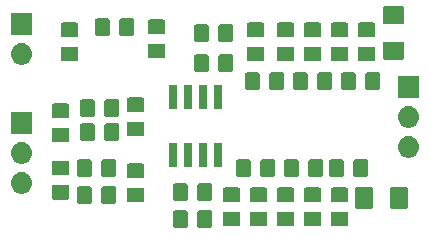
<source format=gbr>
G04 #@! TF.GenerationSoftware,KiCad,Pcbnew,(5.1.4)-1*
G04 #@! TF.CreationDate,2020-02-13T09:56:34+00:00*
G04 #@! TF.ProjectId,Phono stereo 2 smd,50686f6e-6f20-4737-9465-72656f203220,rev?*
G04 #@! TF.SameCoordinates,Original*
G04 #@! TF.FileFunction,Soldermask,Top*
G04 #@! TF.FilePolarity,Negative*
%FSLAX46Y46*%
G04 Gerber Fmt 4.6, Leading zero omitted, Abs format (unit mm)*
G04 Created by KiCad (PCBNEW (5.1.4)-1) date 2020-02-13 09:56:34*
%MOMM*%
%LPD*%
G04 APERTURE LIST*
%ADD10C,0.100000*%
G04 APERTURE END LIST*
D10*
G36*
X39080674Y-54371465D02*
G01*
X39118367Y-54382899D01*
X39153103Y-54401466D01*
X39183548Y-54426452D01*
X39208534Y-54456897D01*
X39227101Y-54491633D01*
X39238535Y-54529326D01*
X39243000Y-54574661D01*
X39243000Y-55661339D01*
X39238535Y-55706674D01*
X39227101Y-55744367D01*
X39208534Y-55779103D01*
X39183548Y-55809548D01*
X39153103Y-55834534D01*
X39118367Y-55853101D01*
X39080674Y-55864535D01*
X39035339Y-55869000D01*
X38198661Y-55869000D01*
X38153326Y-55864535D01*
X38115633Y-55853101D01*
X38080897Y-55834534D01*
X38050452Y-55809548D01*
X38025466Y-55779103D01*
X38006899Y-55744367D01*
X37995465Y-55706674D01*
X37991000Y-55661339D01*
X37991000Y-54574661D01*
X37995465Y-54529326D01*
X38006899Y-54491633D01*
X38025466Y-54456897D01*
X38050452Y-54426452D01*
X38080897Y-54401466D01*
X38115633Y-54382899D01*
X38153326Y-54371465D01*
X38198661Y-54367000D01*
X39035339Y-54367000D01*
X39080674Y-54371465D01*
X39080674Y-54371465D01*
G37*
G36*
X37030674Y-54371465D02*
G01*
X37068367Y-54382899D01*
X37103103Y-54401466D01*
X37133548Y-54426452D01*
X37158534Y-54456897D01*
X37177101Y-54491633D01*
X37188535Y-54529326D01*
X37193000Y-54574661D01*
X37193000Y-55661339D01*
X37188535Y-55706674D01*
X37177101Y-55744367D01*
X37158534Y-55779103D01*
X37133548Y-55809548D01*
X37103103Y-55834534D01*
X37068367Y-55853101D01*
X37030674Y-55864535D01*
X36985339Y-55869000D01*
X36148661Y-55869000D01*
X36103326Y-55864535D01*
X36065633Y-55853101D01*
X36030897Y-55834534D01*
X36000452Y-55809548D01*
X35975466Y-55779103D01*
X35956899Y-55744367D01*
X35945465Y-55706674D01*
X35941000Y-55661339D01*
X35941000Y-54574661D01*
X35945465Y-54529326D01*
X35956899Y-54491633D01*
X35975466Y-54456897D01*
X36000452Y-54426452D01*
X36030897Y-54401466D01*
X36065633Y-54382899D01*
X36103326Y-54371465D01*
X36148661Y-54367000D01*
X36985339Y-54367000D01*
X37030674Y-54371465D01*
X37030674Y-54371465D01*
G37*
G36*
X48340674Y-54505465D02*
G01*
X48378367Y-54516899D01*
X48413103Y-54535466D01*
X48443548Y-54560452D01*
X48468534Y-54590897D01*
X48487101Y-54625633D01*
X48498535Y-54663326D01*
X48503000Y-54708661D01*
X48503000Y-55545339D01*
X48498535Y-55590674D01*
X48487101Y-55628367D01*
X48468534Y-55663103D01*
X48443548Y-55693548D01*
X48413103Y-55718534D01*
X48378367Y-55737101D01*
X48340674Y-55748535D01*
X48295339Y-55753000D01*
X47208661Y-55753000D01*
X47163326Y-55748535D01*
X47125633Y-55737101D01*
X47090897Y-55718534D01*
X47060452Y-55693548D01*
X47035466Y-55663103D01*
X47016899Y-55628367D01*
X47005465Y-55590674D01*
X47001000Y-55545339D01*
X47001000Y-54708661D01*
X47005465Y-54663326D01*
X47016899Y-54625633D01*
X47035466Y-54590897D01*
X47060452Y-54560452D01*
X47090897Y-54535466D01*
X47125633Y-54516899D01*
X47163326Y-54505465D01*
X47208661Y-54501000D01*
X48295339Y-54501000D01*
X48340674Y-54505465D01*
X48340674Y-54505465D01*
G37*
G36*
X46054674Y-54505465D02*
G01*
X46092367Y-54516899D01*
X46127103Y-54535466D01*
X46157548Y-54560452D01*
X46182534Y-54590897D01*
X46201101Y-54625633D01*
X46212535Y-54663326D01*
X46217000Y-54708661D01*
X46217000Y-55545339D01*
X46212535Y-55590674D01*
X46201101Y-55628367D01*
X46182534Y-55663103D01*
X46157548Y-55693548D01*
X46127103Y-55718534D01*
X46092367Y-55737101D01*
X46054674Y-55748535D01*
X46009339Y-55753000D01*
X44922661Y-55753000D01*
X44877326Y-55748535D01*
X44839633Y-55737101D01*
X44804897Y-55718534D01*
X44774452Y-55693548D01*
X44749466Y-55663103D01*
X44730899Y-55628367D01*
X44719465Y-55590674D01*
X44715000Y-55545339D01*
X44715000Y-54708661D01*
X44719465Y-54663326D01*
X44730899Y-54625633D01*
X44749466Y-54590897D01*
X44774452Y-54560452D01*
X44804897Y-54535466D01*
X44839633Y-54516899D01*
X44877326Y-54505465D01*
X44922661Y-54501000D01*
X46009339Y-54501000D01*
X46054674Y-54505465D01*
X46054674Y-54505465D01*
G37*
G36*
X43768674Y-54505465D02*
G01*
X43806367Y-54516899D01*
X43841103Y-54535466D01*
X43871548Y-54560452D01*
X43896534Y-54590897D01*
X43915101Y-54625633D01*
X43926535Y-54663326D01*
X43931000Y-54708661D01*
X43931000Y-55545339D01*
X43926535Y-55590674D01*
X43915101Y-55628367D01*
X43896534Y-55663103D01*
X43871548Y-55693548D01*
X43841103Y-55718534D01*
X43806367Y-55737101D01*
X43768674Y-55748535D01*
X43723339Y-55753000D01*
X42636661Y-55753000D01*
X42591326Y-55748535D01*
X42553633Y-55737101D01*
X42518897Y-55718534D01*
X42488452Y-55693548D01*
X42463466Y-55663103D01*
X42444899Y-55628367D01*
X42433465Y-55590674D01*
X42429000Y-55545339D01*
X42429000Y-54708661D01*
X42433465Y-54663326D01*
X42444899Y-54625633D01*
X42463466Y-54590897D01*
X42488452Y-54560452D01*
X42518897Y-54535466D01*
X42553633Y-54516899D01*
X42591326Y-54505465D01*
X42636661Y-54501000D01*
X43723339Y-54501000D01*
X43768674Y-54505465D01*
X43768674Y-54505465D01*
G37*
G36*
X41482674Y-54505465D02*
G01*
X41520367Y-54516899D01*
X41555103Y-54535466D01*
X41585548Y-54560452D01*
X41610534Y-54590897D01*
X41629101Y-54625633D01*
X41640535Y-54663326D01*
X41645000Y-54708661D01*
X41645000Y-55545339D01*
X41640535Y-55590674D01*
X41629101Y-55628367D01*
X41610534Y-55663103D01*
X41585548Y-55693548D01*
X41555103Y-55718534D01*
X41520367Y-55737101D01*
X41482674Y-55748535D01*
X41437339Y-55753000D01*
X40350661Y-55753000D01*
X40305326Y-55748535D01*
X40267633Y-55737101D01*
X40232897Y-55718534D01*
X40202452Y-55693548D01*
X40177466Y-55663103D01*
X40158899Y-55628367D01*
X40147465Y-55590674D01*
X40143000Y-55545339D01*
X40143000Y-54708661D01*
X40147465Y-54663326D01*
X40158899Y-54625633D01*
X40177466Y-54590897D01*
X40202452Y-54560452D01*
X40232897Y-54535466D01*
X40267633Y-54516899D01*
X40305326Y-54505465D01*
X40350661Y-54501000D01*
X41437339Y-54501000D01*
X41482674Y-54505465D01*
X41482674Y-54505465D01*
G37*
G36*
X50626674Y-54505465D02*
G01*
X50664367Y-54516899D01*
X50699103Y-54535466D01*
X50729548Y-54560452D01*
X50754534Y-54590897D01*
X50773101Y-54625633D01*
X50784535Y-54663326D01*
X50789000Y-54708661D01*
X50789000Y-55545339D01*
X50784535Y-55590674D01*
X50773101Y-55628367D01*
X50754534Y-55663103D01*
X50729548Y-55693548D01*
X50699103Y-55718534D01*
X50664367Y-55737101D01*
X50626674Y-55748535D01*
X50581339Y-55753000D01*
X49494661Y-55753000D01*
X49449326Y-55748535D01*
X49411633Y-55737101D01*
X49376897Y-55718534D01*
X49346452Y-55693548D01*
X49321466Y-55663103D01*
X49302899Y-55628367D01*
X49291465Y-55590674D01*
X49287000Y-55545339D01*
X49287000Y-54708661D01*
X49291465Y-54663326D01*
X49302899Y-54625633D01*
X49321466Y-54590897D01*
X49346452Y-54560452D01*
X49376897Y-54535466D01*
X49411633Y-54516899D01*
X49449326Y-54505465D01*
X49494661Y-54501000D01*
X50581339Y-54501000D01*
X50626674Y-54505465D01*
X50626674Y-54505465D01*
G37*
G36*
X52719562Y-52418181D02*
G01*
X52754481Y-52428774D01*
X52786663Y-52445976D01*
X52814873Y-52469127D01*
X52838024Y-52497337D01*
X52855226Y-52529519D01*
X52865819Y-52564438D01*
X52870000Y-52606895D01*
X52870000Y-54073105D01*
X52865819Y-54115562D01*
X52855226Y-54150481D01*
X52838024Y-54182663D01*
X52814873Y-54210873D01*
X52786663Y-54234024D01*
X52754481Y-54251226D01*
X52719562Y-54261819D01*
X52677105Y-54266000D01*
X51535895Y-54266000D01*
X51493438Y-54261819D01*
X51458519Y-54251226D01*
X51426337Y-54234024D01*
X51398127Y-54210873D01*
X51374976Y-54182663D01*
X51357774Y-54150481D01*
X51347181Y-54115562D01*
X51343000Y-54073105D01*
X51343000Y-52606895D01*
X51347181Y-52564438D01*
X51357774Y-52529519D01*
X51374976Y-52497337D01*
X51398127Y-52469127D01*
X51426337Y-52445976D01*
X51458519Y-52428774D01*
X51493438Y-52418181D01*
X51535895Y-52414000D01*
X52677105Y-52414000D01*
X52719562Y-52418181D01*
X52719562Y-52418181D01*
G37*
G36*
X55694562Y-52418181D02*
G01*
X55729481Y-52428774D01*
X55761663Y-52445976D01*
X55789873Y-52469127D01*
X55813024Y-52497337D01*
X55830226Y-52529519D01*
X55840819Y-52564438D01*
X55845000Y-52606895D01*
X55845000Y-54073105D01*
X55840819Y-54115562D01*
X55830226Y-54150481D01*
X55813024Y-54182663D01*
X55789873Y-54210873D01*
X55761663Y-54234024D01*
X55729481Y-54251226D01*
X55694562Y-54261819D01*
X55652105Y-54266000D01*
X54510895Y-54266000D01*
X54468438Y-54261819D01*
X54433519Y-54251226D01*
X54401337Y-54234024D01*
X54373127Y-54210873D01*
X54349976Y-54182663D01*
X54332774Y-54150481D01*
X54322181Y-54115562D01*
X54318000Y-54073105D01*
X54318000Y-52606895D01*
X54322181Y-52564438D01*
X54332774Y-52529519D01*
X54349976Y-52497337D01*
X54373127Y-52469127D01*
X54401337Y-52445976D01*
X54433519Y-52428774D01*
X54468438Y-52418181D01*
X54510895Y-52414000D01*
X55652105Y-52414000D01*
X55694562Y-52418181D01*
X55694562Y-52418181D01*
G37*
G36*
X28902674Y-52339465D02*
G01*
X28940367Y-52350899D01*
X28975103Y-52369466D01*
X29005548Y-52394452D01*
X29030534Y-52424897D01*
X29049101Y-52459633D01*
X29060535Y-52497326D01*
X29065000Y-52542661D01*
X29065000Y-53629339D01*
X29060535Y-53674674D01*
X29049101Y-53712367D01*
X29030534Y-53747103D01*
X29005548Y-53777548D01*
X28975103Y-53802534D01*
X28940367Y-53821101D01*
X28902674Y-53832535D01*
X28857339Y-53837000D01*
X28020661Y-53837000D01*
X27975326Y-53832535D01*
X27937633Y-53821101D01*
X27902897Y-53802534D01*
X27872452Y-53777548D01*
X27847466Y-53747103D01*
X27828899Y-53712367D01*
X27817465Y-53674674D01*
X27813000Y-53629339D01*
X27813000Y-52542661D01*
X27817465Y-52497326D01*
X27828899Y-52459633D01*
X27847466Y-52424897D01*
X27872452Y-52394452D01*
X27902897Y-52369466D01*
X27937633Y-52350899D01*
X27975326Y-52339465D01*
X28020661Y-52335000D01*
X28857339Y-52335000D01*
X28902674Y-52339465D01*
X28902674Y-52339465D01*
G37*
G36*
X30952674Y-52339465D02*
G01*
X30990367Y-52350899D01*
X31025103Y-52369466D01*
X31055548Y-52394452D01*
X31080534Y-52424897D01*
X31099101Y-52459633D01*
X31110535Y-52497326D01*
X31115000Y-52542661D01*
X31115000Y-53629339D01*
X31110535Y-53674674D01*
X31099101Y-53712367D01*
X31080534Y-53747103D01*
X31055548Y-53777548D01*
X31025103Y-53802534D01*
X30990367Y-53821101D01*
X30952674Y-53832535D01*
X30907339Y-53837000D01*
X30070661Y-53837000D01*
X30025326Y-53832535D01*
X29987633Y-53821101D01*
X29952897Y-53802534D01*
X29922452Y-53777548D01*
X29897466Y-53747103D01*
X29878899Y-53712367D01*
X29867465Y-53674674D01*
X29863000Y-53629339D01*
X29863000Y-52542661D01*
X29867465Y-52497326D01*
X29878899Y-52459633D01*
X29897466Y-52424897D01*
X29922452Y-52394452D01*
X29952897Y-52369466D01*
X29987633Y-52350899D01*
X30025326Y-52339465D01*
X30070661Y-52335000D01*
X30907339Y-52335000D01*
X30952674Y-52339465D01*
X30952674Y-52339465D01*
G37*
G36*
X33354674Y-52473465D02*
G01*
X33392367Y-52484899D01*
X33427103Y-52503466D01*
X33457548Y-52528452D01*
X33482534Y-52558897D01*
X33501101Y-52593633D01*
X33512535Y-52631326D01*
X33517000Y-52676661D01*
X33517000Y-53513339D01*
X33512535Y-53558674D01*
X33501101Y-53596367D01*
X33482534Y-53631103D01*
X33457548Y-53661548D01*
X33427103Y-53686534D01*
X33392367Y-53705101D01*
X33354674Y-53716535D01*
X33309339Y-53721000D01*
X32222661Y-53721000D01*
X32177326Y-53716535D01*
X32139633Y-53705101D01*
X32104897Y-53686534D01*
X32074452Y-53661548D01*
X32049466Y-53631103D01*
X32030899Y-53596367D01*
X32019465Y-53558674D01*
X32015000Y-53513339D01*
X32015000Y-52676661D01*
X32019465Y-52631326D01*
X32030899Y-52593633D01*
X32049466Y-52558897D01*
X32074452Y-52528452D01*
X32104897Y-52503466D01*
X32139633Y-52484899D01*
X32177326Y-52473465D01*
X32222661Y-52469000D01*
X33309339Y-52469000D01*
X33354674Y-52473465D01*
X33354674Y-52473465D01*
G37*
G36*
X46054674Y-52455465D02*
G01*
X46092367Y-52466899D01*
X46127103Y-52485466D01*
X46157548Y-52510452D01*
X46182534Y-52540897D01*
X46201101Y-52575633D01*
X46212535Y-52613326D01*
X46217000Y-52658661D01*
X46217000Y-53495339D01*
X46212535Y-53540674D01*
X46201101Y-53578367D01*
X46182534Y-53613103D01*
X46157548Y-53643548D01*
X46127103Y-53668534D01*
X46092367Y-53687101D01*
X46054674Y-53698535D01*
X46009339Y-53703000D01*
X44922661Y-53703000D01*
X44877326Y-53698535D01*
X44839633Y-53687101D01*
X44804897Y-53668534D01*
X44774452Y-53643548D01*
X44749466Y-53613103D01*
X44730899Y-53578367D01*
X44719465Y-53540674D01*
X44715000Y-53495339D01*
X44715000Y-52658661D01*
X44719465Y-52613326D01*
X44730899Y-52575633D01*
X44749466Y-52540897D01*
X44774452Y-52510452D01*
X44804897Y-52485466D01*
X44839633Y-52466899D01*
X44877326Y-52455465D01*
X44922661Y-52451000D01*
X46009339Y-52451000D01*
X46054674Y-52455465D01*
X46054674Y-52455465D01*
G37*
G36*
X50626674Y-52455465D02*
G01*
X50664367Y-52466899D01*
X50699103Y-52485466D01*
X50729548Y-52510452D01*
X50754534Y-52540897D01*
X50773101Y-52575633D01*
X50784535Y-52613326D01*
X50789000Y-52658661D01*
X50789000Y-53495339D01*
X50784535Y-53540674D01*
X50773101Y-53578367D01*
X50754534Y-53613103D01*
X50729548Y-53643548D01*
X50699103Y-53668534D01*
X50664367Y-53687101D01*
X50626674Y-53698535D01*
X50581339Y-53703000D01*
X49494661Y-53703000D01*
X49449326Y-53698535D01*
X49411633Y-53687101D01*
X49376897Y-53668534D01*
X49346452Y-53643548D01*
X49321466Y-53613103D01*
X49302899Y-53578367D01*
X49291465Y-53540674D01*
X49287000Y-53495339D01*
X49287000Y-52658661D01*
X49291465Y-52613326D01*
X49302899Y-52575633D01*
X49321466Y-52540897D01*
X49346452Y-52510452D01*
X49376897Y-52485466D01*
X49411633Y-52466899D01*
X49449326Y-52455465D01*
X49494661Y-52451000D01*
X50581339Y-52451000D01*
X50626674Y-52455465D01*
X50626674Y-52455465D01*
G37*
G36*
X48340674Y-52455465D02*
G01*
X48378367Y-52466899D01*
X48413103Y-52485466D01*
X48443548Y-52510452D01*
X48468534Y-52540897D01*
X48487101Y-52575633D01*
X48498535Y-52613326D01*
X48503000Y-52658661D01*
X48503000Y-53495339D01*
X48498535Y-53540674D01*
X48487101Y-53578367D01*
X48468534Y-53613103D01*
X48443548Y-53643548D01*
X48413103Y-53668534D01*
X48378367Y-53687101D01*
X48340674Y-53698535D01*
X48295339Y-53703000D01*
X47208661Y-53703000D01*
X47163326Y-53698535D01*
X47125633Y-53687101D01*
X47090897Y-53668534D01*
X47060452Y-53643548D01*
X47035466Y-53613103D01*
X47016899Y-53578367D01*
X47005465Y-53540674D01*
X47001000Y-53495339D01*
X47001000Y-52658661D01*
X47005465Y-52613326D01*
X47016899Y-52575633D01*
X47035466Y-52540897D01*
X47060452Y-52510452D01*
X47090897Y-52485466D01*
X47125633Y-52466899D01*
X47163326Y-52455465D01*
X47208661Y-52451000D01*
X48295339Y-52451000D01*
X48340674Y-52455465D01*
X48340674Y-52455465D01*
G37*
G36*
X43768674Y-52455465D02*
G01*
X43806367Y-52466899D01*
X43841103Y-52485466D01*
X43871548Y-52510452D01*
X43896534Y-52540897D01*
X43915101Y-52575633D01*
X43926535Y-52613326D01*
X43931000Y-52658661D01*
X43931000Y-53495339D01*
X43926535Y-53540674D01*
X43915101Y-53578367D01*
X43896534Y-53613103D01*
X43871548Y-53643548D01*
X43841103Y-53668534D01*
X43806367Y-53687101D01*
X43768674Y-53698535D01*
X43723339Y-53703000D01*
X42636661Y-53703000D01*
X42591326Y-53698535D01*
X42553633Y-53687101D01*
X42518897Y-53668534D01*
X42488452Y-53643548D01*
X42463466Y-53613103D01*
X42444899Y-53578367D01*
X42433465Y-53540674D01*
X42429000Y-53495339D01*
X42429000Y-52658661D01*
X42433465Y-52613326D01*
X42444899Y-52575633D01*
X42463466Y-52540897D01*
X42488452Y-52510452D01*
X42518897Y-52485466D01*
X42553633Y-52466899D01*
X42591326Y-52455465D01*
X42636661Y-52451000D01*
X43723339Y-52451000D01*
X43768674Y-52455465D01*
X43768674Y-52455465D01*
G37*
G36*
X41482674Y-52455465D02*
G01*
X41520367Y-52466899D01*
X41555103Y-52485466D01*
X41585548Y-52510452D01*
X41610534Y-52540897D01*
X41629101Y-52575633D01*
X41640535Y-52613326D01*
X41645000Y-52658661D01*
X41645000Y-53495339D01*
X41640535Y-53540674D01*
X41629101Y-53578367D01*
X41610534Y-53613103D01*
X41585548Y-53643548D01*
X41555103Y-53668534D01*
X41520367Y-53687101D01*
X41482674Y-53698535D01*
X41437339Y-53703000D01*
X40350661Y-53703000D01*
X40305326Y-53698535D01*
X40267633Y-53687101D01*
X40232897Y-53668534D01*
X40202452Y-53643548D01*
X40177466Y-53613103D01*
X40158899Y-53578367D01*
X40147465Y-53540674D01*
X40143000Y-53495339D01*
X40143000Y-52658661D01*
X40147465Y-52613326D01*
X40158899Y-52575633D01*
X40177466Y-52540897D01*
X40202452Y-52510452D01*
X40232897Y-52485466D01*
X40267633Y-52466899D01*
X40305326Y-52455465D01*
X40350661Y-52451000D01*
X41437339Y-52451000D01*
X41482674Y-52455465D01*
X41482674Y-52455465D01*
G37*
G36*
X37030674Y-52085465D02*
G01*
X37068367Y-52096899D01*
X37103103Y-52115466D01*
X37133548Y-52140452D01*
X37158534Y-52170897D01*
X37177101Y-52205633D01*
X37188535Y-52243326D01*
X37193000Y-52288661D01*
X37193000Y-53375339D01*
X37188535Y-53420674D01*
X37177101Y-53458367D01*
X37158534Y-53493103D01*
X37133548Y-53523548D01*
X37103103Y-53548534D01*
X37068367Y-53567101D01*
X37030674Y-53578535D01*
X36985339Y-53583000D01*
X36148661Y-53583000D01*
X36103326Y-53578535D01*
X36065633Y-53567101D01*
X36030897Y-53548534D01*
X36000452Y-53523548D01*
X35975466Y-53493103D01*
X35956899Y-53458367D01*
X35945465Y-53420674D01*
X35941000Y-53375339D01*
X35941000Y-52288661D01*
X35945465Y-52243326D01*
X35956899Y-52205633D01*
X35975466Y-52170897D01*
X36000452Y-52140452D01*
X36030897Y-52115466D01*
X36065633Y-52096899D01*
X36103326Y-52085465D01*
X36148661Y-52081000D01*
X36985339Y-52081000D01*
X37030674Y-52085465D01*
X37030674Y-52085465D01*
G37*
G36*
X39080674Y-52085465D02*
G01*
X39118367Y-52096899D01*
X39153103Y-52115466D01*
X39183548Y-52140452D01*
X39208534Y-52170897D01*
X39227101Y-52205633D01*
X39238535Y-52243326D01*
X39243000Y-52288661D01*
X39243000Y-53375339D01*
X39238535Y-53420674D01*
X39227101Y-53458367D01*
X39208534Y-53493103D01*
X39183548Y-53523548D01*
X39153103Y-53548534D01*
X39118367Y-53567101D01*
X39080674Y-53578535D01*
X39035339Y-53583000D01*
X38198661Y-53583000D01*
X38153326Y-53578535D01*
X38115633Y-53567101D01*
X38080897Y-53548534D01*
X38050452Y-53523548D01*
X38025466Y-53493103D01*
X38006899Y-53458367D01*
X37995465Y-53420674D01*
X37991000Y-53375339D01*
X37991000Y-52288661D01*
X37995465Y-52243326D01*
X38006899Y-52205633D01*
X38025466Y-52170897D01*
X38050452Y-52140452D01*
X38080897Y-52115466D01*
X38115633Y-52096899D01*
X38153326Y-52085465D01*
X38198661Y-52081000D01*
X39035339Y-52081000D01*
X39080674Y-52085465D01*
X39080674Y-52085465D01*
G37*
G36*
X27004674Y-52228465D02*
G01*
X27042367Y-52239899D01*
X27077103Y-52258466D01*
X27107548Y-52283452D01*
X27132534Y-52313897D01*
X27151101Y-52348633D01*
X27162535Y-52386326D01*
X27167000Y-52431661D01*
X27167000Y-53268339D01*
X27162535Y-53313674D01*
X27151101Y-53351367D01*
X27132534Y-53386103D01*
X27107548Y-53416548D01*
X27077103Y-53441534D01*
X27042367Y-53460101D01*
X27004674Y-53471535D01*
X26959339Y-53476000D01*
X25872661Y-53476000D01*
X25827326Y-53471535D01*
X25789633Y-53460101D01*
X25754897Y-53441534D01*
X25724452Y-53416548D01*
X25699466Y-53386103D01*
X25680899Y-53351367D01*
X25669465Y-53313674D01*
X25665000Y-53268339D01*
X25665000Y-52431661D01*
X25669465Y-52386326D01*
X25680899Y-52348633D01*
X25699466Y-52313897D01*
X25724452Y-52283452D01*
X25754897Y-52258466D01*
X25789633Y-52239899D01*
X25827326Y-52228465D01*
X25872661Y-52224000D01*
X26959339Y-52224000D01*
X27004674Y-52228465D01*
X27004674Y-52228465D01*
G37*
G36*
X23224443Y-51175519D02*
G01*
X23290627Y-51182037D01*
X23460466Y-51233557D01*
X23460468Y-51233558D01*
X23516811Y-51263674D01*
X23616991Y-51317222D01*
X23639997Y-51336103D01*
X23754186Y-51429814D01*
X23825354Y-51516534D01*
X23866778Y-51567009D01*
X23950443Y-51723534D01*
X24001963Y-51893373D01*
X24019359Y-52070000D01*
X24001963Y-52246627D01*
X23950443Y-52416466D01*
X23866778Y-52572991D01*
X23838725Y-52607173D01*
X23754186Y-52710186D01*
X23652729Y-52793448D01*
X23616991Y-52822778D01*
X23460466Y-52906443D01*
X23290627Y-52957963D01*
X23224442Y-52964482D01*
X23158260Y-52971000D01*
X23069740Y-52971000D01*
X23003558Y-52964482D01*
X22937373Y-52957963D01*
X22767534Y-52906443D01*
X22611009Y-52822778D01*
X22575271Y-52793448D01*
X22473814Y-52710186D01*
X22389275Y-52607173D01*
X22361222Y-52572991D01*
X22277557Y-52416466D01*
X22226037Y-52246627D01*
X22208641Y-52070000D01*
X22226037Y-51893373D01*
X22277557Y-51723534D01*
X22361222Y-51567009D01*
X22402646Y-51516534D01*
X22473814Y-51429814D01*
X22588003Y-51336103D01*
X22611009Y-51317222D01*
X22711189Y-51263674D01*
X22767532Y-51233558D01*
X22767534Y-51233557D01*
X22937373Y-51182037D01*
X23003557Y-51175519D01*
X23069740Y-51169000D01*
X23158260Y-51169000D01*
X23224443Y-51175519D01*
X23224443Y-51175519D01*
G37*
G36*
X33354674Y-50423465D02*
G01*
X33392367Y-50434899D01*
X33427103Y-50453466D01*
X33457548Y-50478452D01*
X33482534Y-50508897D01*
X33501101Y-50543633D01*
X33512535Y-50581326D01*
X33517000Y-50626661D01*
X33517000Y-51463339D01*
X33512535Y-51508674D01*
X33501101Y-51546367D01*
X33482534Y-51581103D01*
X33457548Y-51611548D01*
X33427103Y-51636534D01*
X33392367Y-51655101D01*
X33354674Y-51666535D01*
X33309339Y-51671000D01*
X32222661Y-51671000D01*
X32177326Y-51666535D01*
X32139633Y-51655101D01*
X32104897Y-51636534D01*
X32074452Y-51611548D01*
X32049466Y-51581103D01*
X32030899Y-51546367D01*
X32019465Y-51508674D01*
X32015000Y-51463339D01*
X32015000Y-50626661D01*
X32019465Y-50581326D01*
X32030899Y-50543633D01*
X32049466Y-50508897D01*
X32074452Y-50478452D01*
X32104897Y-50453466D01*
X32139633Y-50434899D01*
X32177326Y-50423465D01*
X32222661Y-50419000D01*
X33309339Y-50419000D01*
X33354674Y-50423465D01*
X33354674Y-50423465D01*
G37*
G36*
X50238674Y-50053465D02*
G01*
X50276367Y-50064899D01*
X50311103Y-50083466D01*
X50341548Y-50108452D01*
X50366534Y-50138897D01*
X50385101Y-50173633D01*
X50396535Y-50211326D01*
X50401000Y-50256661D01*
X50401000Y-51343339D01*
X50396535Y-51388674D01*
X50385101Y-51426367D01*
X50366534Y-51461103D01*
X50341548Y-51491548D01*
X50311103Y-51516534D01*
X50276367Y-51535101D01*
X50238674Y-51546535D01*
X50193339Y-51551000D01*
X49356661Y-51551000D01*
X49311326Y-51546535D01*
X49273633Y-51535101D01*
X49238897Y-51516534D01*
X49208452Y-51491548D01*
X49183466Y-51461103D01*
X49164899Y-51426367D01*
X49153465Y-51388674D01*
X49149000Y-51343339D01*
X49149000Y-50256661D01*
X49153465Y-50211326D01*
X49164899Y-50173633D01*
X49183466Y-50138897D01*
X49208452Y-50108452D01*
X49238897Y-50083466D01*
X49273633Y-50064899D01*
X49311326Y-50053465D01*
X49356661Y-50049000D01*
X50193339Y-50049000D01*
X50238674Y-50053465D01*
X50238674Y-50053465D01*
G37*
G36*
X28902674Y-50053465D02*
G01*
X28940367Y-50064899D01*
X28975103Y-50083466D01*
X29005548Y-50108452D01*
X29030534Y-50138897D01*
X29049101Y-50173633D01*
X29060535Y-50211326D01*
X29065000Y-50256661D01*
X29065000Y-51343339D01*
X29060535Y-51388674D01*
X29049101Y-51426367D01*
X29030534Y-51461103D01*
X29005548Y-51491548D01*
X28975103Y-51516534D01*
X28940367Y-51535101D01*
X28902674Y-51546535D01*
X28857339Y-51551000D01*
X28020661Y-51551000D01*
X27975326Y-51546535D01*
X27937633Y-51535101D01*
X27902897Y-51516534D01*
X27872452Y-51491548D01*
X27847466Y-51461103D01*
X27828899Y-51426367D01*
X27817465Y-51388674D01*
X27813000Y-51343339D01*
X27813000Y-50256661D01*
X27817465Y-50211326D01*
X27828899Y-50173633D01*
X27847466Y-50138897D01*
X27872452Y-50108452D01*
X27902897Y-50083466D01*
X27937633Y-50064899D01*
X27975326Y-50053465D01*
X28020661Y-50049000D01*
X28857339Y-50049000D01*
X28902674Y-50053465D01*
X28902674Y-50053465D01*
G37*
G36*
X30952674Y-50053465D02*
G01*
X30990367Y-50064899D01*
X31025103Y-50083466D01*
X31055548Y-50108452D01*
X31080534Y-50138897D01*
X31099101Y-50173633D01*
X31110535Y-50211326D01*
X31115000Y-50256661D01*
X31115000Y-51343339D01*
X31110535Y-51388674D01*
X31099101Y-51426367D01*
X31080534Y-51461103D01*
X31055548Y-51491548D01*
X31025103Y-51516534D01*
X30990367Y-51535101D01*
X30952674Y-51546535D01*
X30907339Y-51551000D01*
X30070661Y-51551000D01*
X30025326Y-51546535D01*
X29987633Y-51535101D01*
X29952897Y-51516534D01*
X29922452Y-51491548D01*
X29897466Y-51461103D01*
X29878899Y-51426367D01*
X29867465Y-51388674D01*
X29863000Y-51343339D01*
X29863000Y-50256661D01*
X29867465Y-50211326D01*
X29878899Y-50173633D01*
X29897466Y-50138897D01*
X29922452Y-50108452D01*
X29952897Y-50083466D01*
X29987633Y-50064899D01*
X30025326Y-50053465D01*
X30070661Y-50049000D01*
X30907339Y-50049000D01*
X30952674Y-50053465D01*
X30952674Y-50053465D01*
G37*
G36*
X44414674Y-50053465D02*
G01*
X44452367Y-50064899D01*
X44487103Y-50083466D01*
X44517548Y-50108452D01*
X44542534Y-50138897D01*
X44561101Y-50173633D01*
X44572535Y-50211326D01*
X44577000Y-50256661D01*
X44577000Y-51343339D01*
X44572535Y-51388674D01*
X44561101Y-51426367D01*
X44542534Y-51461103D01*
X44517548Y-51491548D01*
X44487103Y-51516534D01*
X44452367Y-51535101D01*
X44414674Y-51546535D01*
X44369339Y-51551000D01*
X43532661Y-51551000D01*
X43487326Y-51546535D01*
X43449633Y-51535101D01*
X43414897Y-51516534D01*
X43384452Y-51491548D01*
X43359466Y-51461103D01*
X43340899Y-51426367D01*
X43329465Y-51388674D01*
X43325000Y-51343339D01*
X43325000Y-50256661D01*
X43329465Y-50211326D01*
X43340899Y-50173633D01*
X43359466Y-50138897D01*
X43384452Y-50108452D01*
X43414897Y-50083466D01*
X43449633Y-50064899D01*
X43487326Y-50053465D01*
X43532661Y-50049000D01*
X44369339Y-50049000D01*
X44414674Y-50053465D01*
X44414674Y-50053465D01*
G37*
G36*
X42364674Y-50053465D02*
G01*
X42402367Y-50064899D01*
X42437103Y-50083466D01*
X42467548Y-50108452D01*
X42492534Y-50138897D01*
X42511101Y-50173633D01*
X42522535Y-50211326D01*
X42527000Y-50256661D01*
X42527000Y-51343339D01*
X42522535Y-51388674D01*
X42511101Y-51426367D01*
X42492534Y-51461103D01*
X42467548Y-51491548D01*
X42437103Y-51516534D01*
X42402367Y-51535101D01*
X42364674Y-51546535D01*
X42319339Y-51551000D01*
X41482661Y-51551000D01*
X41437326Y-51546535D01*
X41399633Y-51535101D01*
X41364897Y-51516534D01*
X41334452Y-51491548D01*
X41309466Y-51461103D01*
X41290899Y-51426367D01*
X41279465Y-51388674D01*
X41275000Y-51343339D01*
X41275000Y-50256661D01*
X41279465Y-50211326D01*
X41290899Y-50173633D01*
X41309466Y-50138897D01*
X41334452Y-50108452D01*
X41364897Y-50083466D01*
X41399633Y-50064899D01*
X41437326Y-50053465D01*
X41482661Y-50049000D01*
X42319339Y-50049000D01*
X42364674Y-50053465D01*
X42364674Y-50053465D01*
G37*
G36*
X48478674Y-50053465D02*
G01*
X48516367Y-50064899D01*
X48551103Y-50083466D01*
X48581548Y-50108452D01*
X48606534Y-50138897D01*
X48625101Y-50173633D01*
X48636535Y-50211326D01*
X48641000Y-50256661D01*
X48641000Y-51343339D01*
X48636535Y-51388674D01*
X48625101Y-51426367D01*
X48606534Y-51461103D01*
X48581548Y-51491548D01*
X48551103Y-51516534D01*
X48516367Y-51535101D01*
X48478674Y-51546535D01*
X48433339Y-51551000D01*
X47596661Y-51551000D01*
X47551326Y-51546535D01*
X47513633Y-51535101D01*
X47478897Y-51516534D01*
X47448452Y-51491548D01*
X47423466Y-51461103D01*
X47404899Y-51426367D01*
X47393465Y-51388674D01*
X47389000Y-51343339D01*
X47389000Y-50256661D01*
X47393465Y-50211326D01*
X47404899Y-50173633D01*
X47423466Y-50138897D01*
X47448452Y-50108452D01*
X47478897Y-50083466D01*
X47513633Y-50064899D01*
X47551326Y-50053465D01*
X47596661Y-50049000D01*
X48433339Y-50049000D01*
X48478674Y-50053465D01*
X48478674Y-50053465D01*
G37*
G36*
X46428674Y-50053465D02*
G01*
X46466367Y-50064899D01*
X46501103Y-50083466D01*
X46531548Y-50108452D01*
X46556534Y-50138897D01*
X46575101Y-50173633D01*
X46586535Y-50211326D01*
X46591000Y-50256661D01*
X46591000Y-51343339D01*
X46586535Y-51388674D01*
X46575101Y-51426367D01*
X46556534Y-51461103D01*
X46531548Y-51491548D01*
X46501103Y-51516534D01*
X46466367Y-51535101D01*
X46428674Y-51546535D01*
X46383339Y-51551000D01*
X45546661Y-51551000D01*
X45501326Y-51546535D01*
X45463633Y-51535101D01*
X45428897Y-51516534D01*
X45398452Y-51491548D01*
X45373466Y-51461103D01*
X45354899Y-51426367D01*
X45343465Y-51388674D01*
X45339000Y-51343339D01*
X45339000Y-50256661D01*
X45343465Y-50211326D01*
X45354899Y-50173633D01*
X45373466Y-50138897D01*
X45398452Y-50108452D01*
X45428897Y-50083466D01*
X45463633Y-50064899D01*
X45501326Y-50053465D01*
X45546661Y-50049000D01*
X46383339Y-50049000D01*
X46428674Y-50053465D01*
X46428674Y-50053465D01*
G37*
G36*
X52288674Y-50053465D02*
G01*
X52326367Y-50064899D01*
X52361103Y-50083466D01*
X52391548Y-50108452D01*
X52416534Y-50138897D01*
X52435101Y-50173633D01*
X52446535Y-50211326D01*
X52451000Y-50256661D01*
X52451000Y-51343339D01*
X52446535Y-51388674D01*
X52435101Y-51426367D01*
X52416534Y-51461103D01*
X52391548Y-51491548D01*
X52361103Y-51516534D01*
X52326367Y-51535101D01*
X52288674Y-51546535D01*
X52243339Y-51551000D01*
X51406661Y-51551000D01*
X51361326Y-51546535D01*
X51323633Y-51535101D01*
X51288897Y-51516534D01*
X51258452Y-51491548D01*
X51233466Y-51461103D01*
X51214899Y-51426367D01*
X51203465Y-51388674D01*
X51199000Y-51343339D01*
X51199000Y-50256661D01*
X51203465Y-50211326D01*
X51214899Y-50173633D01*
X51233466Y-50138897D01*
X51258452Y-50108452D01*
X51288897Y-50083466D01*
X51323633Y-50064899D01*
X51361326Y-50053465D01*
X51406661Y-50049000D01*
X52243339Y-50049000D01*
X52288674Y-50053465D01*
X52288674Y-50053465D01*
G37*
G36*
X27004674Y-50178465D02*
G01*
X27042367Y-50189899D01*
X27077103Y-50208466D01*
X27107548Y-50233452D01*
X27132534Y-50263897D01*
X27151101Y-50298633D01*
X27162535Y-50336326D01*
X27167000Y-50381661D01*
X27167000Y-51218339D01*
X27162535Y-51263674D01*
X27151101Y-51301367D01*
X27132534Y-51336103D01*
X27107548Y-51366548D01*
X27077103Y-51391534D01*
X27042367Y-51410101D01*
X27004674Y-51421535D01*
X26959339Y-51426000D01*
X25872661Y-51426000D01*
X25827326Y-51421535D01*
X25789633Y-51410101D01*
X25754897Y-51391534D01*
X25724452Y-51366548D01*
X25699466Y-51336103D01*
X25680899Y-51301367D01*
X25669465Y-51263674D01*
X25665000Y-51218339D01*
X25665000Y-50381661D01*
X25669465Y-50336326D01*
X25680899Y-50298633D01*
X25699466Y-50263897D01*
X25724452Y-50233452D01*
X25754897Y-50208466D01*
X25789633Y-50189899D01*
X25827326Y-50178465D01*
X25872661Y-50174000D01*
X26959339Y-50174000D01*
X27004674Y-50178465D01*
X27004674Y-50178465D01*
G37*
G36*
X38740928Y-48695764D02*
G01*
X38762009Y-48702160D01*
X38781445Y-48712548D01*
X38798476Y-48726524D01*
X38812452Y-48743555D01*
X38822840Y-48762991D01*
X38829236Y-48784072D01*
X38832000Y-48812140D01*
X38832000Y-50625860D01*
X38829236Y-50653928D01*
X38822840Y-50675009D01*
X38812452Y-50694445D01*
X38798476Y-50711476D01*
X38781445Y-50725452D01*
X38762009Y-50735840D01*
X38740928Y-50742236D01*
X38712860Y-50745000D01*
X38249140Y-50745000D01*
X38221072Y-50742236D01*
X38199991Y-50735840D01*
X38180555Y-50725452D01*
X38163524Y-50711476D01*
X38149548Y-50694445D01*
X38139160Y-50675009D01*
X38132764Y-50653928D01*
X38130000Y-50625860D01*
X38130000Y-48812140D01*
X38132764Y-48784072D01*
X38139160Y-48762991D01*
X38149548Y-48743555D01*
X38163524Y-48726524D01*
X38180555Y-48712548D01*
X38199991Y-48702160D01*
X38221072Y-48695764D01*
X38249140Y-48693000D01*
X38712860Y-48693000D01*
X38740928Y-48695764D01*
X38740928Y-48695764D01*
G37*
G36*
X36200928Y-48695764D02*
G01*
X36222009Y-48702160D01*
X36241445Y-48712548D01*
X36258476Y-48726524D01*
X36272452Y-48743555D01*
X36282840Y-48762991D01*
X36289236Y-48784072D01*
X36292000Y-48812140D01*
X36292000Y-50625860D01*
X36289236Y-50653928D01*
X36282840Y-50675009D01*
X36272452Y-50694445D01*
X36258476Y-50711476D01*
X36241445Y-50725452D01*
X36222009Y-50735840D01*
X36200928Y-50742236D01*
X36172860Y-50745000D01*
X35709140Y-50745000D01*
X35681072Y-50742236D01*
X35659991Y-50735840D01*
X35640555Y-50725452D01*
X35623524Y-50711476D01*
X35609548Y-50694445D01*
X35599160Y-50675009D01*
X35592764Y-50653928D01*
X35590000Y-50625860D01*
X35590000Y-48812140D01*
X35592764Y-48784072D01*
X35599160Y-48762991D01*
X35609548Y-48743555D01*
X35623524Y-48726524D01*
X35640555Y-48712548D01*
X35659991Y-48702160D01*
X35681072Y-48695764D01*
X35709140Y-48693000D01*
X36172860Y-48693000D01*
X36200928Y-48695764D01*
X36200928Y-48695764D01*
G37*
G36*
X37470928Y-48695764D02*
G01*
X37492009Y-48702160D01*
X37511445Y-48712548D01*
X37528476Y-48726524D01*
X37542452Y-48743555D01*
X37552840Y-48762991D01*
X37559236Y-48784072D01*
X37562000Y-48812140D01*
X37562000Y-50625860D01*
X37559236Y-50653928D01*
X37552840Y-50675009D01*
X37542452Y-50694445D01*
X37528476Y-50711476D01*
X37511445Y-50725452D01*
X37492009Y-50735840D01*
X37470928Y-50742236D01*
X37442860Y-50745000D01*
X36979140Y-50745000D01*
X36951072Y-50742236D01*
X36929991Y-50735840D01*
X36910555Y-50725452D01*
X36893524Y-50711476D01*
X36879548Y-50694445D01*
X36869160Y-50675009D01*
X36862764Y-50653928D01*
X36860000Y-50625860D01*
X36860000Y-48812140D01*
X36862764Y-48784072D01*
X36869160Y-48762991D01*
X36879548Y-48743555D01*
X36893524Y-48726524D01*
X36910555Y-48712548D01*
X36929991Y-48702160D01*
X36951072Y-48695764D01*
X36979140Y-48693000D01*
X37442860Y-48693000D01*
X37470928Y-48695764D01*
X37470928Y-48695764D01*
G37*
G36*
X40010928Y-48695764D02*
G01*
X40032009Y-48702160D01*
X40051445Y-48712548D01*
X40068476Y-48726524D01*
X40082452Y-48743555D01*
X40092840Y-48762991D01*
X40099236Y-48784072D01*
X40102000Y-48812140D01*
X40102000Y-50625860D01*
X40099236Y-50653928D01*
X40092840Y-50675009D01*
X40082452Y-50694445D01*
X40068476Y-50711476D01*
X40051445Y-50725452D01*
X40032009Y-50735840D01*
X40010928Y-50742236D01*
X39982860Y-50745000D01*
X39519140Y-50745000D01*
X39491072Y-50742236D01*
X39469991Y-50735840D01*
X39450555Y-50725452D01*
X39433524Y-50711476D01*
X39419548Y-50694445D01*
X39409160Y-50675009D01*
X39402764Y-50653928D01*
X39400000Y-50625860D01*
X39400000Y-48812140D01*
X39402764Y-48784072D01*
X39409160Y-48762991D01*
X39419548Y-48743555D01*
X39433524Y-48726524D01*
X39450555Y-48712548D01*
X39469991Y-48702160D01*
X39491072Y-48695764D01*
X39519140Y-48693000D01*
X39982860Y-48693000D01*
X40010928Y-48695764D01*
X40010928Y-48695764D01*
G37*
G36*
X23224443Y-48635519D02*
G01*
X23290627Y-48642037D01*
X23460466Y-48693557D01*
X23460468Y-48693558D01*
X23476561Y-48702160D01*
X23616991Y-48777222D01*
X23646377Y-48801339D01*
X23754186Y-48889814D01*
X23837448Y-48991271D01*
X23866778Y-49027009D01*
X23950443Y-49183534D01*
X24001963Y-49353373D01*
X24019359Y-49530000D01*
X24001963Y-49706627D01*
X23950443Y-49876466D01*
X23866778Y-50032991D01*
X23849975Y-50053465D01*
X23754186Y-50170186D01*
X23652729Y-50253448D01*
X23616991Y-50282778D01*
X23587329Y-50298633D01*
X23506164Y-50342017D01*
X23460466Y-50366443D01*
X23290627Y-50417963D01*
X23234763Y-50423465D01*
X23158260Y-50431000D01*
X23069740Y-50431000D01*
X22993237Y-50423465D01*
X22937373Y-50417963D01*
X22767534Y-50366443D01*
X22721837Y-50342017D01*
X22640671Y-50298633D01*
X22611009Y-50282778D01*
X22575271Y-50253448D01*
X22473814Y-50170186D01*
X22378025Y-50053465D01*
X22361222Y-50032991D01*
X22277557Y-49876466D01*
X22226037Y-49706627D01*
X22208641Y-49530000D01*
X22226037Y-49353373D01*
X22277557Y-49183534D01*
X22361222Y-49027009D01*
X22390552Y-48991271D01*
X22473814Y-48889814D01*
X22581623Y-48801339D01*
X22611009Y-48777222D01*
X22751439Y-48702160D01*
X22767532Y-48693558D01*
X22767534Y-48693557D01*
X22937373Y-48642037D01*
X23003557Y-48635519D01*
X23069740Y-48629000D01*
X23158260Y-48629000D01*
X23224443Y-48635519D01*
X23224443Y-48635519D01*
G37*
G36*
X55990443Y-48127519D02*
G01*
X56056627Y-48134037D01*
X56226466Y-48185557D01*
X56382991Y-48269222D01*
X56414814Y-48295339D01*
X56520186Y-48381814D01*
X56581996Y-48457131D01*
X56632778Y-48519009D01*
X56716443Y-48675534D01*
X56767963Y-48845373D01*
X56785359Y-49022000D01*
X56767963Y-49198627D01*
X56716443Y-49368466D01*
X56632778Y-49524991D01*
X56628667Y-49530000D01*
X56520186Y-49662186D01*
X56418729Y-49745448D01*
X56382991Y-49774778D01*
X56226466Y-49858443D01*
X56056627Y-49909963D01*
X55990443Y-49916481D01*
X55924260Y-49923000D01*
X55835740Y-49923000D01*
X55769557Y-49916481D01*
X55703373Y-49909963D01*
X55533534Y-49858443D01*
X55377009Y-49774778D01*
X55341271Y-49745448D01*
X55239814Y-49662186D01*
X55131333Y-49530000D01*
X55127222Y-49524991D01*
X55043557Y-49368466D01*
X54992037Y-49198627D01*
X54974641Y-49022000D01*
X54992037Y-48845373D01*
X55043557Y-48675534D01*
X55127222Y-48519009D01*
X55178004Y-48457131D01*
X55239814Y-48381814D01*
X55345186Y-48295339D01*
X55377009Y-48269222D01*
X55533534Y-48185557D01*
X55703373Y-48134037D01*
X55769558Y-48127518D01*
X55835740Y-48121000D01*
X55924260Y-48121000D01*
X55990443Y-48127519D01*
X55990443Y-48127519D01*
G37*
G36*
X27004674Y-47393465D02*
G01*
X27042367Y-47404899D01*
X27077103Y-47423466D01*
X27107548Y-47448452D01*
X27132534Y-47478897D01*
X27151101Y-47513633D01*
X27162535Y-47551326D01*
X27167000Y-47596661D01*
X27167000Y-48433339D01*
X27162535Y-48478674D01*
X27151101Y-48516367D01*
X27132534Y-48551103D01*
X27107548Y-48581548D01*
X27077103Y-48606534D01*
X27042367Y-48625101D01*
X27004674Y-48636535D01*
X26959339Y-48641000D01*
X25872661Y-48641000D01*
X25827326Y-48636535D01*
X25789633Y-48625101D01*
X25754897Y-48606534D01*
X25724452Y-48581548D01*
X25699466Y-48551103D01*
X25680899Y-48516367D01*
X25669465Y-48478674D01*
X25665000Y-48433339D01*
X25665000Y-47596661D01*
X25669465Y-47551326D01*
X25680899Y-47513633D01*
X25699466Y-47478897D01*
X25724452Y-47448452D01*
X25754897Y-47423466D01*
X25789633Y-47404899D01*
X25827326Y-47393465D01*
X25872661Y-47389000D01*
X26959339Y-47389000D01*
X27004674Y-47393465D01*
X27004674Y-47393465D01*
G37*
G36*
X29156674Y-47005465D02*
G01*
X29194367Y-47016899D01*
X29229103Y-47035466D01*
X29259548Y-47060452D01*
X29284534Y-47090897D01*
X29303101Y-47125633D01*
X29314535Y-47163326D01*
X29319000Y-47208661D01*
X29319000Y-48295339D01*
X29314535Y-48340674D01*
X29303101Y-48378367D01*
X29284534Y-48413103D01*
X29259548Y-48443548D01*
X29229103Y-48468534D01*
X29194367Y-48487101D01*
X29156674Y-48498535D01*
X29111339Y-48503000D01*
X28274661Y-48503000D01*
X28229326Y-48498535D01*
X28191633Y-48487101D01*
X28156897Y-48468534D01*
X28126452Y-48443548D01*
X28101466Y-48413103D01*
X28082899Y-48378367D01*
X28071465Y-48340674D01*
X28067000Y-48295339D01*
X28067000Y-47208661D01*
X28071465Y-47163326D01*
X28082899Y-47125633D01*
X28101466Y-47090897D01*
X28126452Y-47060452D01*
X28156897Y-47035466D01*
X28191633Y-47016899D01*
X28229326Y-47005465D01*
X28274661Y-47001000D01*
X29111339Y-47001000D01*
X29156674Y-47005465D01*
X29156674Y-47005465D01*
G37*
G36*
X31206674Y-47005465D02*
G01*
X31244367Y-47016899D01*
X31279103Y-47035466D01*
X31309548Y-47060452D01*
X31334534Y-47090897D01*
X31353101Y-47125633D01*
X31364535Y-47163326D01*
X31369000Y-47208661D01*
X31369000Y-48295339D01*
X31364535Y-48340674D01*
X31353101Y-48378367D01*
X31334534Y-48413103D01*
X31309548Y-48443548D01*
X31279103Y-48468534D01*
X31244367Y-48487101D01*
X31206674Y-48498535D01*
X31161339Y-48503000D01*
X30324661Y-48503000D01*
X30279326Y-48498535D01*
X30241633Y-48487101D01*
X30206897Y-48468534D01*
X30176452Y-48443548D01*
X30151466Y-48413103D01*
X30132899Y-48378367D01*
X30121465Y-48340674D01*
X30117000Y-48295339D01*
X30117000Y-47208661D01*
X30121465Y-47163326D01*
X30132899Y-47125633D01*
X30151466Y-47090897D01*
X30176452Y-47060452D01*
X30206897Y-47035466D01*
X30241633Y-47016899D01*
X30279326Y-47005465D01*
X30324661Y-47001000D01*
X31161339Y-47001000D01*
X31206674Y-47005465D01*
X31206674Y-47005465D01*
G37*
G36*
X33354674Y-46885465D02*
G01*
X33392367Y-46896899D01*
X33427103Y-46915466D01*
X33457548Y-46940452D01*
X33482534Y-46970897D01*
X33501101Y-47005633D01*
X33512535Y-47043326D01*
X33517000Y-47088661D01*
X33517000Y-47925339D01*
X33512535Y-47970674D01*
X33501101Y-48008367D01*
X33482534Y-48043103D01*
X33457548Y-48073548D01*
X33427103Y-48098534D01*
X33392367Y-48117101D01*
X33354674Y-48128535D01*
X33309339Y-48133000D01*
X32222661Y-48133000D01*
X32177326Y-48128535D01*
X32139633Y-48117101D01*
X32104897Y-48098534D01*
X32074452Y-48073548D01*
X32049466Y-48043103D01*
X32030899Y-48008367D01*
X32019465Y-47970674D01*
X32015000Y-47925339D01*
X32015000Y-47088661D01*
X32019465Y-47043326D01*
X32030899Y-47005633D01*
X32049466Y-46970897D01*
X32074452Y-46940452D01*
X32104897Y-46915466D01*
X32139633Y-46896899D01*
X32177326Y-46885465D01*
X32222661Y-46881000D01*
X33309339Y-46881000D01*
X33354674Y-46885465D01*
X33354674Y-46885465D01*
G37*
G36*
X24015000Y-47891000D02*
G01*
X22213000Y-47891000D01*
X22213000Y-46089000D01*
X24015000Y-46089000D01*
X24015000Y-47891000D01*
X24015000Y-47891000D01*
G37*
G36*
X55990442Y-45587518D02*
G01*
X56056627Y-45594037D01*
X56226466Y-45645557D01*
X56226468Y-45645558D01*
X56303366Y-45686661D01*
X56382991Y-45729222D01*
X56401540Y-45744445D01*
X56520186Y-45841814D01*
X56603448Y-45943271D01*
X56632778Y-45979009D01*
X56716443Y-46135534D01*
X56767963Y-46305373D01*
X56785359Y-46482000D01*
X56767963Y-46658627D01*
X56716443Y-46828466D01*
X56632778Y-46984991D01*
X56618850Y-47001962D01*
X56520186Y-47122186D01*
X56418729Y-47205448D01*
X56382991Y-47234778D01*
X56226466Y-47318443D01*
X56056627Y-47369963D01*
X55990442Y-47376482D01*
X55924260Y-47383000D01*
X55835740Y-47383000D01*
X55769557Y-47376481D01*
X55703373Y-47369963D01*
X55533534Y-47318443D01*
X55377009Y-47234778D01*
X55341271Y-47205448D01*
X55239814Y-47122186D01*
X55141150Y-47001962D01*
X55127222Y-46984991D01*
X55043557Y-46828466D01*
X54992037Y-46658627D01*
X54974641Y-46482000D01*
X54992037Y-46305373D01*
X55043557Y-46135534D01*
X55127222Y-45979009D01*
X55156552Y-45943271D01*
X55239814Y-45841814D01*
X55358460Y-45744445D01*
X55377009Y-45729222D01*
X55456634Y-45686661D01*
X55533532Y-45645558D01*
X55533534Y-45645557D01*
X55703373Y-45594037D01*
X55769558Y-45587518D01*
X55835740Y-45581000D01*
X55924260Y-45581000D01*
X55990442Y-45587518D01*
X55990442Y-45587518D01*
G37*
G36*
X27004674Y-45343465D02*
G01*
X27042367Y-45354899D01*
X27077103Y-45373466D01*
X27107548Y-45398452D01*
X27132534Y-45428897D01*
X27151101Y-45463633D01*
X27162535Y-45501326D01*
X27167000Y-45546661D01*
X27167000Y-46383339D01*
X27162535Y-46428674D01*
X27151101Y-46466367D01*
X27132534Y-46501103D01*
X27107548Y-46531548D01*
X27077103Y-46556534D01*
X27042367Y-46575101D01*
X27004674Y-46586535D01*
X26959339Y-46591000D01*
X25872661Y-46591000D01*
X25827326Y-46586535D01*
X25789633Y-46575101D01*
X25754897Y-46556534D01*
X25724452Y-46531548D01*
X25699466Y-46501103D01*
X25680899Y-46466367D01*
X25669465Y-46428674D01*
X25665000Y-46383339D01*
X25665000Y-45546661D01*
X25669465Y-45501326D01*
X25680899Y-45463633D01*
X25699466Y-45428897D01*
X25724452Y-45398452D01*
X25754897Y-45373466D01*
X25789633Y-45354899D01*
X25827326Y-45343465D01*
X25872661Y-45339000D01*
X26959339Y-45339000D01*
X27004674Y-45343465D01*
X27004674Y-45343465D01*
G37*
G36*
X31206674Y-44973465D02*
G01*
X31244367Y-44984899D01*
X31279103Y-45003466D01*
X31309548Y-45028452D01*
X31334534Y-45058897D01*
X31353101Y-45093633D01*
X31364535Y-45131326D01*
X31369000Y-45176661D01*
X31369000Y-46263339D01*
X31364535Y-46308674D01*
X31353101Y-46346367D01*
X31334534Y-46381103D01*
X31309548Y-46411548D01*
X31279103Y-46436534D01*
X31244367Y-46455101D01*
X31206674Y-46466535D01*
X31161339Y-46471000D01*
X30324661Y-46471000D01*
X30279326Y-46466535D01*
X30241633Y-46455101D01*
X30206897Y-46436534D01*
X30176452Y-46411548D01*
X30151466Y-46381103D01*
X30132899Y-46346367D01*
X30121465Y-46308674D01*
X30117000Y-46263339D01*
X30117000Y-45176661D01*
X30121465Y-45131326D01*
X30132899Y-45093633D01*
X30151466Y-45058897D01*
X30176452Y-45028452D01*
X30206897Y-45003466D01*
X30241633Y-44984899D01*
X30279326Y-44973465D01*
X30324661Y-44969000D01*
X31161339Y-44969000D01*
X31206674Y-44973465D01*
X31206674Y-44973465D01*
G37*
G36*
X29156674Y-44973465D02*
G01*
X29194367Y-44984899D01*
X29229103Y-45003466D01*
X29259548Y-45028452D01*
X29284534Y-45058897D01*
X29303101Y-45093633D01*
X29314535Y-45131326D01*
X29319000Y-45176661D01*
X29319000Y-46263339D01*
X29314535Y-46308674D01*
X29303101Y-46346367D01*
X29284534Y-46381103D01*
X29259548Y-46411548D01*
X29229103Y-46436534D01*
X29194367Y-46455101D01*
X29156674Y-46466535D01*
X29111339Y-46471000D01*
X28274661Y-46471000D01*
X28229326Y-46466535D01*
X28191633Y-46455101D01*
X28156897Y-46436534D01*
X28126452Y-46411548D01*
X28101466Y-46381103D01*
X28082899Y-46346367D01*
X28071465Y-46308674D01*
X28067000Y-46263339D01*
X28067000Y-45176661D01*
X28071465Y-45131326D01*
X28082899Y-45093633D01*
X28101466Y-45058897D01*
X28126452Y-45028452D01*
X28156897Y-45003466D01*
X28191633Y-44984899D01*
X28229326Y-44973465D01*
X28274661Y-44969000D01*
X29111339Y-44969000D01*
X29156674Y-44973465D01*
X29156674Y-44973465D01*
G37*
G36*
X33354674Y-44835465D02*
G01*
X33392367Y-44846899D01*
X33427103Y-44865466D01*
X33457548Y-44890452D01*
X33482534Y-44920897D01*
X33501101Y-44955633D01*
X33512535Y-44993326D01*
X33517000Y-45038661D01*
X33517000Y-45875339D01*
X33512535Y-45920674D01*
X33501101Y-45958367D01*
X33482534Y-45993103D01*
X33457548Y-46023548D01*
X33427103Y-46048534D01*
X33392367Y-46067101D01*
X33354674Y-46078535D01*
X33309339Y-46083000D01*
X32222661Y-46083000D01*
X32177326Y-46078535D01*
X32139633Y-46067101D01*
X32104897Y-46048534D01*
X32074452Y-46023548D01*
X32049466Y-45993103D01*
X32030899Y-45958367D01*
X32019465Y-45920674D01*
X32015000Y-45875339D01*
X32015000Y-45038661D01*
X32019465Y-44993326D01*
X32030899Y-44955633D01*
X32049466Y-44920897D01*
X32074452Y-44890452D01*
X32104897Y-44865466D01*
X32139633Y-44846899D01*
X32177326Y-44835465D01*
X32222661Y-44831000D01*
X33309339Y-44831000D01*
X33354674Y-44835465D01*
X33354674Y-44835465D01*
G37*
G36*
X36200928Y-43745764D02*
G01*
X36222009Y-43752160D01*
X36241445Y-43762548D01*
X36258476Y-43776524D01*
X36272452Y-43793555D01*
X36282840Y-43812991D01*
X36289236Y-43834072D01*
X36292000Y-43862140D01*
X36292000Y-45675860D01*
X36289236Y-45703928D01*
X36282840Y-45725009D01*
X36272452Y-45744445D01*
X36258476Y-45761476D01*
X36241445Y-45775452D01*
X36222009Y-45785840D01*
X36200928Y-45792236D01*
X36172860Y-45795000D01*
X35709140Y-45795000D01*
X35681072Y-45792236D01*
X35659991Y-45785840D01*
X35640555Y-45775452D01*
X35623524Y-45761476D01*
X35609548Y-45744445D01*
X35599160Y-45725009D01*
X35592764Y-45703928D01*
X35590000Y-45675860D01*
X35590000Y-43862140D01*
X35592764Y-43834072D01*
X35599160Y-43812991D01*
X35609548Y-43793555D01*
X35623524Y-43776524D01*
X35640555Y-43762548D01*
X35659991Y-43752160D01*
X35681072Y-43745764D01*
X35709140Y-43743000D01*
X36172860Y-43743000D01*
X36200928Y-43745764D01*
X36200928Y-43745764D01*
G37*
G36*
X37470928Y-43745764D02*
G01*
X37492009Y-43752160D01*
X37511445Y-43762548D01*
X37528476Y-43776524D01*
X37542452Y-43793555D01*
X37552840Y-43812991D01*
X37559236Y-43834072D01*
X37562000Y-43862140D01*
X37562000Y-45675860D01*
X37559236Y-45703928D01*
X37552840Y-45725009D01*
X37542452Y-45744445D01*
X37528476Y-45761476D01*
X37511445Y-45775452D01*
X37492009Y-45785840D01*
X37470928Y-45792236D01*
X37442860Y-45795000D01*
X36979140Y-45795000D01*
X36951072Y-45792236D01*
X36929991Y-45785840D01*
X36910555Y-45775452D01*
X36893524Y-45761476D01*
X36879548Y-45744445D01*
X36869160Y-45725009D01*
X36862764Y-45703928D01*
X36860000Y-45675860D01*
X36860000Y-43862140D01*
X36862764Y-43834072D01*
X36869160Y-43812991D01*
X36879548Y-43793555D01*
X36893524Y-43776524D01*
X36910555Y-43762548D01*
X36929991Y-43752160D01*
X36951072Y-43745764D01*
X36979140Y-43743000D01*
X37442860Y-43743000D01*
X37470928Y-43745764D01*
X37470928Y-43745764D01*
G37*
G36*
X38740928Y-43745764D02*
G01*
X38762009Y-43752160D01*
X38781445Y-43762548D01*
X38798476Y-43776524D01*
X38812452Y-43793555D01*
X38822840Y-43812991D01*
X38829236Y-43834072D01*
X38832000Y-43862140D01*
X38832000Y-45675860D01*
X38829236Y-45703928D01*
X38822840Y-45725009D01*
X38812452Y-45744445D01*
X38798476Y-45761476D01*
X38781445Y-45775452D01*
X38762009Y-45785840D01*
X38740928Y-45792236D01*
X38712860Y-45795000D01*
X38249140Y-45795000D01*
X38221072Y-45792236D01*
X38199991Y-45785840D01*
X38180555Y-45775452D01*
X38163524Y-45761476D01*
X38149548Y-45744445D01*
X38139160Y-45725009D01*
X38132764Y-45703928D01*
X38130000Y-45675860D01*
X38130000Y-43862140D01*
X38132764Y-43834072D01*
X38139160Y-43812991D01*
X38149548Y-43793555D01*
X38163524Y-43776524D01*
X38180555Y-43762548D01*
X38199991Y-43752160D01*
X38221072Y-43745764D01*
X38249140Y-43743000D01*
X38712860Y-43743000D01*
X38740928Y-43745764D01*
X38740928Y-43745764D01*
G37*
G36*
X40010928Y-43745764D02*
G01*
X40032009Y-43752160D01*
X40051445Y-43762548D01*
X40068476Y-43776524D01*
X40082452Y-43793555D01*
X40092840Y-43812991D01*
X40099236Y-43834072D01*
X40102000Y-43862140D01*
X40102000Y-45675860D01*
X40099236Y-45703928D01*
X40092840Y-45725009D01*
X40082452Y-45744445D01*
X40068476Y-45761476D01*
X40051445Y-45775452D01*
X40032009Y-45785840D01*
X40010928Y-45792236D01*
X39982860Y-45795000D01*
X39519140Y-45795000D01*
X39491072Y-45792236D01*
X39469991Y-45785840D01*
X39450555Y-45775452D01*
X39433524Y-45761476D01*
X39419548Y-45744445D01*
X39409160Y-45725009D01*
X39402764Y-45703928D01*
X39400000Y-45675860D01*
X39400000Y-43862140D01*
X39402764Y-43834072D01*
X39409160Y-43812991D01*
X39419548Y-43793555D01*
X39433524Y-43776524D01*
X39450555Y-43762548D01*
X39469991Y-43752160D01*
X39491072Y-43745764D01*
X39519140Y-43743000D01*
X39982860Y-43743000D01*
X40010928Y-43745764D01*
X40010928Y-43745764D01*
G37*
G36*
X56781000Y-44843000D02*
G01*
X54979000Y-44843000D01*
X54979000Y-43041000D01*
X56781000Y-43041000D01*
X56781000Y-44843000D01*
X56781000Y-44843000D01*
G37*
G36*
X51254674Y-42687465D02*
G01*
X51292367Y-42698899D01*
X51327103Y-42717466D01*
X51357548Y-42742452D01*
X51382534Y-42772897D01*
X51401101Y-42807633D01*
X51412535Y-42845326D01*
X51417000Y-42890661D01*
X51417000Y-43977339D01*
X51412535Y-44022674D01*
X51401101Y-44060367D01*
X51382534Y-44095103D01*
X51357548Y-44125548D01*
X51327103Y-44150534D01*
X51292367Y-44169101D01*
X51254674Y-44180535D01*
X51209339Y-44185000D01*
X50372661Y-44185000D01*
X50327326Y-44180535D01*
X50289633Y-44169101D01*
X50254897Y-44150534D01*
X50224452Y-44125548D01*
X50199466Y-44095103D01*
X50180899Y-44060367D01*
X50169465Y-44022674D01*
X50165000Y-43977339D01*
X50165000Y-42890661D01*
X50169465Y-42845326D01*
X50180899Y-42807633D01*
X50199466Y-42772897D01*
X50224452Y-42742452D01*
X50254897Y-42717466D01*
X50289633Y-42698899D01*
X50327326Y-42687465D01*
X50372661Y-42683000D01*
X51209339Y-42683000D01*
X51254674Y-42687465D01*
X51254674Y-42687465D01*
G37*
G36*
X49240674Y-42687465D02*
G01*
X49278367Y-42698899D01*
X49313103Y-42717466D01*
X49343548Y-42742452D01*
X49368534Y-42772897D01*
X49387101Y-42807633D01*
X49398535Y-42845326D01*
X49403000Y-42890661D01*
X49403000Y-43977339D01*
X49398535Y-44022674D01*
X49387101Y-44060367D01*
X49368534Y-44095103D01*
X49343548Y-44125548D01*
X49313103Y-44150534D01*
X49278367Y-44169101D01*
X49240674Y-44180535D01*
X49195339Y-44185000D01*
X48358661Y-44185000D01*
X48313326Y-44180535D01*
X48275633Y-44169101D01*
X48240897Y-44150534D01*
X48210452Y-44125548D01*
X48185466Y-44095103D01*
X48166899Y-44060367D01*
X48155465Y-44022674D01*
X48151000Y-43977339D01*
X48151000Y-42890661D01*
X48155465Y-42845326D01*
X48166899Y-42807633D01*
X48185466Y-42772897D01*
X48210452Y-42742452D01*
X48240897Y-42717466D01*
X48275633Y-42698899D01*
X48313326Y-42687465D01*
X48358661Y-42683000D01*
X49195339Y-42683000D01*
X49240674Y-42687465D01*
X49240674Y-42687465D01*
G37*
G36*
X47190674Y-42687465D02*
G01*
X47228367Y-42698899D01*
X47263103Y-42717466D01*
X47293548Y-42742452D01*
X47318534Y-42772897D01*
X47337101Y-42807633D01*
X47348535Y-42845326D01*
X47353000Y-42890661D01*
X47353000Y-43977339D01*
X47348535Y-44022674D01*
X47337101Y-44060367D01*
X47318534Y-44095103D01*
X47293548Y-44125548D01*
X47263103Y-44150534D01*
X47228367Y-44169101D01*
X47190674Y-44180535D01*
X47145339Y-44185000D01*
X46308661Y-44185000D01*
X46263326Y-44180535D01*
X46225633Y-44169101D01*
X46190897Y-44150534D01*
X46160452Y-44125548D01*
X46135466Y-44095103D01*
X46116899Y-44060367D01*
X46105465Y-44022674D01*
X46101000Y-43977339D01*
X46101000Y-42890661D01*
X46105465Y-42845326D01*
X46116899Y-42807633D01*
X46135466Y-42772897D01*
X46160452Y-42742452D01*
X46190897Y-42717466D01*
X46225633Y-42698899D01*
X46263326Y-42687465D01*
X46308661Y-42683000D01*
X47145339Y-42683000D01*
X47190674Y-42687465D01*
X47190674Y-42687465D01*
G37*
G36*
X45176674Y-42687465D02*
G01*
X45214367Y-42698899D01*
X45249103Y-42717466D01*
X45279548Y-42742452D01*
X45304534Y-42772897D01*
X45323101Y-42807633D01*
X45334535Y-42845326D01*
X45339000Y-42890661D01*
X45339000Y-43977339D01*
X45334535Y-44022674D01*
X45323101Y-44060367D01*
X45304534Y-44095103D01*
X45279548Y-44125548D01*
X45249103Y-44150534D01*
X45214367Y-44169101D01*
X45176674Y-44180535D01*
X45131339Y-44185000D01*
X44294661Y-44185000D01*
X44249326Y-44180535D01*
X44211633Y-44169101D01*
X44176897Y-44150534D01*
X44146452Y-44125548D01*
X44121466Y-44095103D01*
X44102899Y-44060367D01*
X44091465Y-44022674D01*
X44087000Y-43977339D01*
X44087000Y-42890661D01*
X44091465Y-42845326D01*
X44102899Y-42807633D01*
X44121466Y-42772897D01*
X44146452Y-42742452D01*
X44176897Y-42717466D01*
X44211633Y-42698899D01*
X44249326Y-42687465D01*
X44294661Y-42683000D01*
X45131339Y-42683000D01*
X45176674Y-42687465D01*
X45176674Y-42687465D01*
G37*
G36*
X53304674Y-42687465D02*
G01*
X53342367Y-42698899D01*
X53377103Y-42717466D01*
X53407548Y-42742452D01*
X53432534Y-42772897D01*
X53451101Y-42807633D01*
X53462535Y-42845326D01*
X53467000Y-42890661D01*
X53467000Y-43977339D01*
X53462535Y-44022674D01*
X53451101Y-44060367D01*
X53432534Y-44095103D01*
X53407548Y-44125548D01*
X53377103Y-44150534D01*
X53342367Y-44169101D01*
X53304674Y-44180535D01*
X53259339Y-44185000D01*
X52422661Y-44185000D01*
X52377326Y-44180535D01*
X52339633Y-44169101D01*
X52304897Y-44150534D01*
X52274452Y-44125548D01*
X52249466Y-44095103D01*
X52230899Y-44060367D01*
X52219465Y-44022674D01*
X52215000Y-43977339D01*
X52215000Y-42890661D01*
X52219465Y-42845326D01*
X52230899Y-42807633D01*
X52249466Y-42772897D01*
X52274452Y-42742452D01*
X52304897Y-42717466D01*
X52339633Y-42698899D01*
X52377326Y-42687465D01*
X52422661Y-42683000D01*
X53259339Y-42683000D01*
X53304674Y-42687465D01*
X53304674Y-42687465D01*
G37*
G36*
X43126674Y-42687465D02*
G01*
X43164367Y-42698899D01*
X43199103Y-42717466D01*
X43229548Y-42742452D01*
X43254534Y-42772897D01*
X43273101Y-42807633D01*
X43284535Y-42845326D01*
X43289000Y-42890661D01*
X43289000Y-43977339D01*
X43284535Y-44022674D01*
X43273101Y-44060367D01*
X43254534Y-44095103D01*
X43229548Y-44125548D01*
X43199103Y-44150534D01*
X43164367Y-44169101D01*
X43126674Y-44180535D01*
X43081339Y-44185000D01*
X42244661Y-44185000D01*
X42199326Y-44180535D01*
X42161633Y-44169101D01*
X42126897Y-44150534D01*
X42096452Y-44125548D01*
X42071466Y-44095103D01*
X42052899Y-44060367D01*
X42041465Y-44022674D01*
X42037000Y-43977339D01*
X42037000Y-42890661D01*
X42041465Y-42845326D01*
X42052899Y-42807633D01*
X42071466Y-42772897D01*
X42096452Y-42742452D01*
X42126897Y-42717466D01*
X42161633Y-42698899D01*
X42199326Y-42687465D01*
X42244661Y-42683000D01*
X43081339Y-42683000D01*
X43126674Y-42687465D01*
X43126674Y-42687465D01*
G37*
G36*
X40858674Y-41163465D02*
G01*
X40896367Y-41174899D01*
X40931103Y-41193466D01*
X40961548Y-41218452D01*
X40986534Y-41248897D01*
X41005101Y-41283633D01*
X41016535Y-41321326D01*
X41021000Y-41366661D01*
X41021000Y-42453339D01*
X41016535Y-42498674D01*
X41005101Y-42536367D01*
X40986534Y-42571103D01*
X40961548Y-42601548D01*
X40931103Y-42626534D01*
X40896367Y-42645101D01*
X40858674Y-42656535D01*
X40813339Y-42661000D01*
X39976661Y-42661000D01*
X39931326Y-42656535D01*
X39893633Y-42645101D01*
X39858897Y-42626534D01*
X39828452Y-42601548D01*
X39803466Y-42571103D01*
X39784899Y-42536367D01*
X39773465Y-42498674D01*
X39769000Y-42453339D01*
X39769000Y-41366661D01*
X39773465Y-41321326D01*
X39784899Y-41283633D01*
X39803466Y-41248897D01*
X39828452Y-41218452D01*
X39858897Y-41193466D01*
X39893633Y-41174899D01*
X39931326Y-41163465D01*
X39976661Y-41159000D01*
X40813339Y-41159000D01*
X40858674Y-41163465D01*
X40858674Y-41163465D01*
G37*
G36*
X38808674Y-41163465D02*
G01*
X38846367Y-41174899D01*
X38881103Y-41193466D01*
X38911548Y-41218452D01*
X38936534Y-41248897D01*
X38955101Y-41283633D01*
X38966535Y-41321326D01*
X38971000Y-41366661D01*
X38971000Y-42453339D01*
X38966535Y-42498674D01*
X38955101Y-42536367D01*
X38936534Y-42571103D01*
X38911548Y-42601548D01*
X38881103Y-42626534D01*
X38846367Y-42645101D01*
X38808674Y-42656535D01*
X38763339Y-42661000D01*
X37926661Y-42661000D01*
X37881326Y-42656535D01*
X37843633Y-42645101D01*
X37808897Y-42626534D01*
X37778452Y-42601548D01*
X37753466Y-42571103D01*
X37734899Y-42536367D01*
X37723465Y-42498674D01*
X37719000Y-42453339D01*
X37719000Y-41366661D01*
X37723465Y-41321326D01*
X37734899Y-41283633D01*
X37753466Y-41248897D01*
X37778452Y-41218452D01*
X37808897Y-41193466D01*
X37843633Y-41174899D01*
X37881326Y-41163465D01*
X37926661Y-41159000D01*
X38763339Y-41159000D01*
X38808674Y-41163465D01*
X38808674Y-41163465D01*
G37*
G36*
X23224442Y-40253518D02*
G01*
X23290627Y-40260037D01*
X23460466Y-40311557D01*
X23616991Y-40395222D01*
X23652729Y-40424552D01*
X23754186Y-40507814D01*
X23810857Y-40576869D01*
X23866778Y-40645009D01*
X23950443Y-40801534D01*
X24001963Y-40971373D01*
X24019359Y-41148000D01*
X24001963Y-41324627D01*
X23950443Y-41494466D01*
X23866778Y-41650991D01*
X23837448Y-41686729D01*
X23754186Y-41788186D01*
X23652729Y-41871448D01*
X23616991Y-41900778D01*
X23460466Y-41984443D01*
X23290627Y-42035963D01*
X23224442Y-42042482D01*
X23158260Y-42049000D01*
X23069740Y-42049000D01*
X23003558Y-42042482D01*
X22937373Y-42035963D01*
X22767534Y-41984443D01*
X22611009Y-41900778D01*
X22575271Y-41871448D01*
X22473814Y-41788186D01*
X22390552Y-41686729D01*
X22361222Y-41650991D01*
X22277557Y-41494466D01*
X22226037Y-41324627D01*
X22208641Y-41148000D01*
X22226037Y-40971373D01*
X22277557Y-40801534D01*
X22361222Y-40645009D01*
X22417143Y-40576869D01*
X22473814Y-40507814D01*
X22575271Y-40424552D01*
X22611009Y-40395222D01*
X22767534Y-40311557D01*
X22937373Y-40260037D01*
X23003558Y-40253518D01*
X23069740Y-40247000D01*
X23158260Y-40247000D01*
X23224442Y-40253518D01*
X23224442Y-40253518D01*
G37*
G36*
X46054674Y-40535465D02*
G01*
X46092367Y-40546899D01*
X46127103Y-40565466D01*
X46157548Y-40590452D01*
X46182534Y-40620897D01*
X46201101Y-40655633D01*
X46212535Y-40693326D01*
X46217000Y-40738661D01*
X46217000Y-41575339D01*
X46212535Y-41620674D01*
X46201101Y-41658367D01*
X46182534Y-41693103D01*
X46157548Y-41723548D01*
X46127103Y-41748534D01*
X46092367Y-41767101D01*
X46054674Y-41778535D01*
X46009339Y-41783000D01*
X44922661Y-41783000D01*
X44877326Y-41778535D01*
X44839633Y-41767101D01*
X44804897Y-41748534D01*
X44774452Y-41723548D01*
X44749466Y-41693103D01*
X44730899Y-41658367D01*
X44719465Y-41620674D01*
X44715000Y-41575339D01*
X44715000Y-40738661D01*
X44719465Y-40693326D01*
X44730899Y-40655633D01*
X44749466Y-40620897D01*
X44774452Y-40590452D01*
X44804897Y-40565466D01*
X44839633Y-40546899D01*
X44877326Y-40535465D01*
X44922661Y-40531000D01*
X46009339Y-40531000D01*
X46054674Y-40535465D01*
X46054674Y-40535465D01*
G37*
G36*
X48340674Y-40535465D02*
G01*
X48378367Y-40546899D01*
X48413103Y-40565466D01*
X48443548Y-40590452D01*
X48468534Y-40620897D01*
X48487101Y-40655633D01*
X48498535Y-40693326D01*
X48503000Y-40738661D01*
X48503000Y-41575339D01*
X48498535Y-41620674D01*
X48487101Y-41658367D01*
X48468534Y-41693103D01*
X48443548Y-41723548D01*
X48413103Y-41748534D01*
X48378367Y-41767101D01*
X48340674Y-41778535D01*
X48295339Y-41783000D01*
X47208661Y-41783000D01*
X47163326Y-41778535D01*
X47125633Y-41767101D01*
X47090897Y-41748534D01*
X47060452Y-41723548D01*
X47035466Y-41693103D01*
X47016899Y-41658367D01*
X47005465Y-41620674D01*
X47001000Y-41575339D01*
X47001000Y-40738661D01*
X47005465Y-40693326D01*
X47016899Y-40655633D01*
X47035466Y-40620897D01*
X47060452Y-40590452D01*
X47090897Y-40565466D01*
X47125633Y-40546899D01*
X47163326Y-40535465D01*
X47208661Y-40531000D01*
X48295339Y-40531000D01*
X48340674Y-40535465D01*
X48340674Y-40535465D01*
G37*
G36*
X27766674Y-40535465D02*
G01*
X27804367Y-40546899D01*
X27839103Y-40565466D01*
X27869548Y-40590452D01*
X27894534Y-40620897D01*
X27913101Y-40655633D01*
X27924535Y-40693326D01*
X27929000Y-40738661D01*
X27929000Y-41575339D01*
X27924535Y-41620674D01*
X27913101Y-41658367D01*
X27894534Y-41693103D01*
X27869548Y-41723548D01*
X27839103Y-41748534D01*
X27804367Y-41767101D01*
X27766674Y-41778535D01*
X27721339Y-41783000D01*
X26634661Y-41783000D01*
X26589326Y-41778535D01*
X26551633Y-41767101D01*
X26516897Y-41748534D01*
X26486452Y-41723548D01*
X26461466Y-41693103D01*
X26442899Y-41658367D01*
X26431465Y-41620674D01*
X26427000Y-41575339D01*
X26427000Y-40738661D01*
X26431465Y-40693326D01*
X26442899Y-40655633D01*
X26461466Y-40620897D01*
X26486452Y-40590452D01*
X26516897Y-40565466D01*
X26551633Y-40546899D01*
X26589326Y-40535465D01*
X26634661Y-40531000D01*
X27721339Y-40531000D01*
X27766674Y-40535465D01*
X27766674Y-40535465D01*
G37*
G36*
X43514674Y-40535465D02*
G01*
X43552367Y-40546899D01*
X43587103Y-40565466D01*
X43617548Y-40590452D01*
X43642534Y-40620897D01*
X43661101Y-40655633D01*
X43672535Y-40693326D01*
X43677000Y-40738661D01*
X43677000Y-41575339D01*
X43672535Y-41620674D01*
X43661101Y-41658367D01*
X43642534Y-41693103D01*
X43617548Y-41723548D01*
X43587103Y-41748534D01*
X43552367Y-41767101D01*
X43514674Y-41778535D01*
X43469339Y-41783000D01*
X42382661Y-41783000D01*
X42337326Y-41778535D01*
X42299633Y-41767101D01*
X42264897Y-41748534D01*
X42234452Y-41723548D01*
X42209466Y-41693103D01*
X42190899Y-41658367D01*
X42179465Y-41620674D01*
X42175000Y-41575339D01*
X42175000Y-40738661D01*
X42179465Y-40693326D01*
X42190899Y-40655633D01*
X42209466Y-40620897D01*
X42234452Y-40590452D01*
X42264897Y-40565466D01*
X42299633Y-40546899D01*
X42337326Y-40535465D01*
X42382661Y-40531000D01*
X43469339Y-40531000D01*
X43514674Y-40535465D01*
X43514674Y-40535465D01*
G37*
G36*
X52912674Y-40535465D02*
G01*
X52950367Y-40546899D01*
X52985103Y-40565466D01*
X53015548Y-40590452D01*
X53040534Y-40620897D01*
X53059101Y-40655633D01*
X53070535Y-40693326D01*
X53075000Y-40738661D01*
X53075000Y-41575339D01*
X53070535Y-41620674D01*
X53059101Y-41658367D01*
X53040534Y-41693103D01*
X53015548Y-41723548D01*
X52985103Y-41748534D01*
X52950367Y-41767101D01*
X52912674Y-41778535D01*
X52867339Y-41783000D01*
X51780661Y-41783000D01*
X51735326Y-41778535D01*
X51697633Y-41767101D01*
X51662897Y-41748534D01*
X51632452Y-41723548D01*
X51607466Y-41693103D01*
X51588899Y-41658367D01*
X51577465Y-41620674D01*
X51573000Y-41575339D01*
X51573000Y-40738661D01*
X51577465Y-40693326D01*
X51588899Y-40655633D01*
X51607466Y-40620897D01*
X51632452Y-40590452D01*
X51662897Y-40565466D01*
X51697633Y-40546899D01*
X51735326Y-40535465D01*
X51780661Y-40531000D01*
X52867339Y-40531000D01*
X52912674Y-40535465D01*
X52912674Y-40535465D01*
G37*
G36*
X50626674Y-40535465D02*
G01*
X50664367Y-40546899D01*
X50699103Y-40565466D01*
X50729548Y-40590452D01*
X50754534Y-40620897D01*
X50773101Y-40655633D01*
X50784535Y-40693326D01*
X50789000Y-40738661D01*
X50789000Y-41575339D01*
X50784535Y-41620674D01*
X50773101Y-41658367D01*
X50754534Y-41693103D01*
X50729548Y-41723548D01*
X50699103Y-41748534D01*
X50664367Y-41767101D01*
X50626674Y-41778535D01*
X50581339Y-41783000D01*
X49494661Y-41783000D01*
X49449326Y-41778535D01*
X49411633Y-41767101D01*
X49376897Y-41748534D01*
X49346452Y-41723548D01*
X49321466Y-41693103D01*
X49302899Y-41658367D01*
X49291465Y-41620674D01*
X49287000Y-41575339D01*
X49287000Y-40738661D01*
X49291465Y-40693326D01*
X49302899Y-40655633D01*
X49321466Y-40620897D01*
X49346452Y-40590452D01*
X49376897Y-40565466D01*
X49411633Y-40546899D01*
X49449326Y-40535465D01*
X49494661Y-40531000D01*
X50581339Y-40531000D01*
X50626674Y-40535465D01*
X50626674Y-40535465D01*
G37*
G36*
X55385562Y-40098181D02*
G01*
X55420481Y-40108774D01*
X55452663Y-40125976D01*
X55480873Y-40149127D01*
X55504024Y-40177337D01*
X55521226Y-40209519D01*
X55531819Y-40244438D01*
X55536000Y-40286895D01*
X55536000Y-41428105D01*
X55531819Y-41470562D01*
X55521226Y-41505481D01*
X55504024Y-41537663D01*
X55480873Y-41565873D01*
X55452663Y-41589024D01*
X55420481Y-41606226D01*
X55385562Y-41616819D01*
X55343105Y-41621000D01*
X53876895Y-41621000D01*
X53834438Y-41616819D01*
X53799519Y-41606226D01*
X53767337Y-41589024D01*
X53739127Y-41565873D01*
X53715976Y-41537663D01*
X53698774Y-41505481D01*
X53688181Y-41470562D01*
X53684000Y-41428105D01*
X53684000Y-40286895D01*
X53688181Y-40244438D01*
X53698774Y-40209519D01*
X53715976Y-40177337D01*
X53739127Y-40149127D01*
X53767337Y-40125976D01*
X53799519Y-40108774D01*
X53834438Y-40098181D01*
X53876895Y-40094000D01*
X55343105Y-40094000D01*
X55385562Y-40098181D01*
X55385562Y-40098181D01*
G37*
G36*
X35132674Y-40281465D02*
G01*
X35170367Y-40292899D01*
X35205103Y-40311466D01*
X35235548Y-40336452D01*
X35260534Y-40366897D01*
X35279101Y-40401633D01*
X35290535Y-40439326D01*
X35295000Y-40484661D01*
X35295000Y-41321339D01*
X35290535Y-41366674D01*
X35279101Y-41404367D01*
X35260534Y-41439103D01*
X35235548Y-41469548D01*
X35205103Y-41494534D01*
X35170367Y-41513101D01*
X35132674Y-41524535D01*
X35087339Y-41529000D01*
X34000661Y-41529000D01*
X33955326Y-41524535D01*
X33917633Y-41513101D01*
X33882897Y-41494534D01*
X33852452Y-41469548D01*
X33827466Y-41439103D01*
X33808899Y-41404367D01*
X33797465Y-41366674D01*
X33793000Y-41321339D01*
X33793000Y-40484661D01*
X33797465Y-40439326D01*
X33808899Y-40401633D01*
X33827466Y-40366897D01*
X33852452Y-40336452D01*
X33882897Y-40311466D01*
X33917633Y-40292899D01*
X33955326Y-40281465D01*
X34000661Y-40277000D01*
X35087339Y-40277000D01*
X35132674Y-40281465D01*
X35132674Y-40281465D01*
G37*
G36*
X38808674Y-38623465D02*
G01*
X38846367Y-38634899D01*
X38881103Y-38653466D01*
X38911548Y-38678452D01*
X38936534Y-38708897D01*
X38955101Y-38743633D01*
X38966535Y-38781326D01*
X38971000Y-38826661D01*
X38971000Y-39913339D01*
X38966535Y-39958674D01*
X38955101Y-39996367D01*
X38936534Y-40031103D01*
X38911548Y-40061548D01*
X38881103Y-40086534D01*
X38846367Y-40105101D01*
X38808674Y-40116535D01*
X38763339Y-40121000D01*
X37926661Y-40121000D01*
X37881326Y-40116535D01*
X37843633Y-40105101D01*
X37808897Y-40086534D01*
X37778452Y-40061548D01*
X37753466Y-40031103D01*
X37734899Y-39996367D01*
X37723465Y-39958674D01*
X37719000Y-39913339D01*
X37719000Y-38826661D01*
X37723465Y-38781326D01*
X37734899Y-38743633D01*
X37753466Y-38708897D01*
X37778452Y-38678452D01*
X37808897Y-38653466D01*
X37843633Y-38634899D01*
X37881326Y-38623465D01*
X37926661Y-38619000D01*
X38763339Y-38619000D01*
X38808674Y-38623465D01*
X38808674Y-38623465D01*
G37*
G36*
X40858674Y-38623465D02*
G01*
X40896367Y-38634899D01*
X40931103Y-38653466D01*
X40961548Y-38678452D01*
X40986534Y-38708897D01*
X41005101Y-38743633D01*
X41016535Y-38781326D01*
X41021000Y-38826661D01*
X41021000Y-39913339D01*
X41016535Y-39958674D01*
X41005101Y-39996367D01*
X40986534Y-40031103D01*
X40961548Y-40061548D01*
X40931103Y-40086534D01*
X40896367Y-40105101D01*
X40858674Y-40116535D01*
X40813339Y-40121000D01*
X39976661Y-40121000D01*
X39931326Y-40116535D01*
X39893633Y-40105101D01*
X39858897Y-40086534D01*
X39828452Y-40061548D01*
X39803466Y-40031103D01*
X39784899Y-39996367D01*
X39773465Y-39958674D01*
X39769000Y-39913339D01*
X39769000Y-38826661D01*
X39773465Y-38781326D01*
X39784899Y-38743633D01*
X39803466Y-38708897D01*
X39828452Y-38678452D01*
X39858897Y-38653466D01*
X39893633Y-38634899D01*
X39931326Y-38623465D01*
X39976661Y-38619000D01*
X40813339Y-38619000D01*
X40858674Y-38623465D01*
X40858674Y-38623465D01*
G37*
G36*
X46054674Y-38485465D02*
G01*
X46092367Y-38496899D01*
X46127103Y-38515466D01*
X46157548Y-38540452D01*
X46182534Y-38570897D01*
X46201101Y-38605633D01*
X46212535Y-38643326D01*
X46217000Y-38688661D01*
X46217000Y-39525339D01*
X46212535Y-39570674D01*
X46201101Y-39608367D01*
X46182534Y-39643103D01*
X46157548Y-39673548D01*
X46127103Y-39698534D01*
X46092367Y-39717101D01*
X46054674Y-39728535D01*
X46009339Y-39733000D01*
X44922661Y-39733000D01*
X44877326Y-39728535D01*
X44839633Y-39717101D01*
X44804897Y-39698534D01*
X44774452Y-39673548D01*
X44749466Y-39643103D01*
X44730899Y-39608367D01*
X44719465Y-39570674D01*
X44715000Y-39525339D01*
X44715000Y-38688661D01*
X44719465Y-38643326D01*
X44730899Y-38605633D01*
X44749466Y-38570897D01*
X44774452Y-38540452D01*
X44804897Y-38515466D01*
X44839633Y-38496899D01*
X44877326Y-38485465D01*
X44922661Y-38481000D01*
X46009339Y-38481000D01*
X46054674Y-38485465D01*
X46054674Y-38485465D01*
G37*
G36*
X52912674Y-38485465D02*
G01*
X52950367Y-38496899D01*
X52985103Y-38515466D01*
X53015548Y-38540452D01*
X53040534Y-38570897D01*
X53059101Y-38605633D01*
X53070535Y-38643326D01*
X53075000Y-38688661D01*
X53075000Y-39525339D01*
X53070535Y-39570674D01*
X53059101Y-39608367D01*
X53040534Y-39643103D01*
X53015548Y-39673548D01*
X52985103Y-39698534D01*
X52950367Y-39717101D01*
X52912674Y-39728535D01*
X52867339Y-39733000D01*
X51780661Y-39733000D01*
X51735326Y-39728535D01*
X51697633Y-39717101D01*
X51662897Y-39698534D01*
X51632452Y-39673548D01*
X51607466Y-39643103D01*
X51588899Y-39608367D01*
X51577465Y-39570674D01*
X51573000Y-39525339D01*
X51573000Y-38688661D01*
X51577465Y-38643326D01*
X51588899Y-38605633D01*
X51607466Y-38570897D01*
X51632452Y-38540452D01*
X51662897Y-38515466D01*
X51697633Y-38496899D01*
X51735326Y-38485465D01*
X51780661Y-38481000D01*
X52867339Y-38481000D01*
X52912674Y-38485465D01*
X52912674Y-38485465D01*
G37*
G36*
X50626674Y-38485465D02*
G01*
X50664367Y-38496899D01*
X50699103Y-38515466D01*
X50729548Y-38540452D01*
X50754534Y-38570897D01*
X50773101Y-38605633D01*
X50784535Y-38643326D01*
X50789000Y-38688661D01*
X50789000Y-39525339D01*
X50784535Y-39570674D01*
X50773101Y-39608367D01*
X50754534Y-39643103D01*
X50729548Y-39673548D01*
X50699103Y-39698534D01*
X50664367Y-39717101D01*
X50626674Y-39728535D01*
X50581339Y-39733000D01*
X49494661Y-39733000D01*
X49449326Y-39728535D01*
X49411633Y-39717101D01*
X49376897Y-39698534D01*
X49346452Y-39673548D01*
X49321466Y-39643103D01*
X49302899Y-39608367D01*
X49291465Y-39570674D01*
X49287000Y-39525339D01*
X49287000Y-38688661D01*
X49291465Y-38643326D01*
X49302899Y-38605633D01*
X49321466Y-38570897D01*
X49346452Y-38540452D01*
X49376897Y-38515466D01*
X49411633Y-38496899D01*
X49449326Y-38485465D01*
X49494661Y-38481000D01*
X50581339Y-38481000D01*
X50626674Y-38485465D01*
X50626674Y-38485465D01*
G37*
G36*
X27766674Y-38485465D02*
G01*
X27804367Y-38496899D01*
X27839103Y-38515466D01*
X27869548Y-38540452D01*
X27894534Y-38570897D01*
X27913101Y-38605633D01*
X27924535Y-38643326D01*
X27929000Y-38688661D01*
X27929000Y-39525339D01*
X27924535Y-39570674D01*
X27913101Y-39608367D01*
X27894534Y-39643103D01*
X27869548Y-39673548D01*
X27839103Y-39698534D01*
X27804367Y-39717101D01*
X27766674Y-39728535D01*
X27721339Y-39733000D01*
X26634661Y-39733000D01*
X26589326Y-39728535D01*
X26551633Y-39717101D01*
X26516897Y-39698534D01*
X26486452Y-39673548D01*
X26461466Y-39643103D01*
X26442899Y-39608367D01*
X26431465Y-39570674D01*
X26427000Y-39525339D01*
X26427000Y-38688661D01*
X26431465Y-38643326D01*
X26442899Y-38605633D01*
X26461466Y-38570897D01*
X26486452Y-38540452D01*
X26516897Y-38515466D01*
X26551633Y-38496899D01*
X26589326Y-38485465D01*
X26634661Y-38481000D01*
X27721339Y-38481000D01*
X27766674Y-38485465D01*
X27766674Y-38485465D01*
G37*
G36*
X43514674Y-38485465D02*
G01*
X43552367Y-38496899D01*
X43587103Y-38515466D01*
X43617548Y-38540452D01*
X43642534Y-38570897D01*
X43661101Y-38605633D01*
X43672535Y-38643326D01*
X43677000Y-38688661D01*
X43677000Y-39525339D01*
X43672535Y-39570674D01*
X43661101Y-39608367D01*
X43642534Y-39643103D01*
X43617548Y-39673548D01*
X43587103Y-39698534D01*
X43552367Y-39717101D01*
X43514674Y-39728535D01*
X43469339Y-39733000D01*
X42382661Y-39733000D01*
X42337326Y-39728535D01*
X42299633Y-39717101D01*
X42264897Y-39698534D01*
X42234452Y-39673548D01*
X42209466Y-39643103D01*
X42190899Y-39608367D01*
X42179465Y-39570674D01*
X42175000Y-39525339D01*
X42175000Y-38688661D01*
X42179465Y-38643326D01*
X42190899Y-38605633D01*
X42209466Y-38570897D01*
X42234452Y-38540452D01*
X42264897Y-38515466D01*
X42299633Y-38496899D01*
X42337326Y-38485465D01*
X42382661Y-38481000D01*
X43469339Y-38481000D01*
X43514674Y-38485465D01*
X43514674Y-38485465D01*
G37*
G36*
X48340674Y-38485465D02*
G01*
X48378367Y-38496899D01*
X48413103Y-38515466D01*
X48443548Y-38540452D01*
X48468534Y-38570897D01*
X48487101Y-38605633D01*
X48498535Y-38643326D01*
X48503000Y-38688661D01*
X48503000Y-39525339D01*
X48498535Y-39570674D01*
X48487101Y-39608367D01*
X48468534Y-39643103D01*
X48443548Y-39673548D01*
X48413103Y-39698534D01*
X48378367Y-39717101D01*
X48340674Y-39728535D01*
X48295339Y-39733000D01*
X47208661Y-39733000D01*
X47163326Y-39728535D01*
X47125633Y-39717101D01*
X47090897Y-39698534D01*
X47060452Y-39673548D01*
X47035466Y-39643103D01*
X47016899Y-39608367D01*
X47005465Y-39570674D01*
X47001000Y-39525339D01*
X47001000Y-38688661D01*
X47005465Y-38643326D01*
X47016899Y-38605633D01*
X47035466Y-38570897D01*
X47060452Y-38540452D01*
X47090897Y-38515466D01*
X47125633Y-38496899D01*
X47163326Y-38485465D01*
X47208661Y-38481000D01*
X48295339Y-38481000D01*
X48340674Y-38485465D01*
X48340674Y-38485465D01*
G37*
G36*
X30426674Y-38115465D02*
G01*
X30464367Y-38126899D01*
X30499103Y-38145466D01*
X30529548Y-38170452D01*
X30554534Y-38200897D01*
X30573101Y-38235633D01*
X30584535Y-38273326D01*
X30589000Y-38318661D01*
X30589000Y-39405339D01*
X30584535Y-39450674D01*
X30573101Y-39488367D01*
X30554534Y-39523103D01*
X30529548Y-39553548D01*
X30499103Y-39578534D01*
X30464367Y-39597101D01*
X30426674Y-39608535D01*
X30381339Y-39613000D01*
X29544661Y-39613000D01*
X29499326Y-39608535D01*
X29461633Y-39597101D01*
X29426897Y-39578534D01*
X29396452Y-39553548D01*
X29371466Y-39523103D01*
X29352899Y-39488367D01*
X29341465Y-39450674D01*
X29337000Y-39405339D01*
X29337000Y-38318661D01*
X29341465Y-38273326D01*
X29352899Y-38235633D01*
X29371466Y-38200897D01*
X29396452Y-38170452D01*
X29426897Y-38145466D01*
X29461633Y-38126899D01*
X29499326Y-38115465D01*
X29544661Y-38111000D01*
X30381339Y-38111000D01*
X30426674Y-38115465D01*
X30426674Y-38115465D01*
G37*
G36*
X32476674Y-38115465D02*
G01*
X32514367Y-38126899D01*
X32549103Y-38145466D01*
X32579548Y-38170452D01*
X32604534Y-38200897D01*
X32623101Y-38235633D01*
X32634535Y-38273326D01*
X32639000Y-38318661D01*
X32639000Y-39405339D01*
X32634535Y-39450674D01*
X32623101Y-39488367D01*
X32604534Y-39523103D01*
X32579548Y-39553548D01*
X32549103Y-39578534D01*
X32514367Y-39597101D01*
X32476674Y-39608535D01*
X32431339Y-39613000D01*
X31594661Y-39613000D01*
X31549326Y-39608535D01*
X31511633Y-39597101D01*
X31476897Y-39578534D01*
X31446452Y-39553548D01*
X31421466Y-39523103D01*
X31402899Y-39488367D01*
X31391465Y-39450674D01*
X31387000Y-39405339D01*
X31387000Y-38318661D01*
X31391465Y-38273326D01*
X31402899Y-38235633D01*
X31421466Y-38200897D01*
X31446452Y-38170452D01*
X31476897Y-38145466D01*
X31511633Y-38126899D01*
X31549326Y-38115465D01*
X31594661Y-38111000D01*
X32431339Y-38111000D01*
X32476674Y-38115465D01*
X32476674Y-38115465D01*
G37*
G36*
X24015000Y-39509000D02*
G01*
X22213000Y-39509000D01*
X22213000Y-37707000D01*
X24015000Y-37707000D01*
X24015000Y-39509000D01*
X24015000Y-39509000D01*
G37*
G36*
X35132674Y-38231465D02*
G01*
X35170367Y-38242899D01*
X35205103Y-38261466D01*
X35235548Y-38286452D01*
X35260534Y-38316897D01*
X35279101Y-38351633D01*
X35290535Y-38389326D01*
X35295000Y-38434661D01*
X35295000Y-39271339D01*
X35290535Y-39316674D01*
X35279101Y-39354367D01*
X35260534Y-39389103D01*
X35235548Y-39419548D01*
X35205103Y-39444534D01*
X35170367Y-39463101D01*
X35132674Y-39474535D01*
X35087339Y-39479000D01*
X34000661Y-39479000D01*
X33955326Y-39474535D01*
X33917633Y-39463101D01*
X33882897Y-39444534D01*
X33852452Y-39419548D01*
X33827466Y-39389103D01*
X33808899Y-39354367D01*
X33797465Y-39316674D01*
X33793000Y-39271339D01*
X33793000Y-38434661D01*
X33797465Y-38389326D01*
X33808899Y-38351633D01*
X33827466Y-38316897D01*
X33852452Y-38286452D01*
X33882897Y-38261466D01*
X33917633Y-38242899D01*
X33955326Y-38231465D01*
X34000661Y-38227000D01*
X35087339Y-38227000D01*
X35132674Y-38231465D01*
X35132674Y-38231465D01*
G37*
G36*
X55385562Y-37123181D02*
G01*
X55420481Y-37133774D01*
X55452663Y-37150976D01*
X55480873Y-37174127D01*
X55504024Y-37202337D01*
X55521226Y-37234519D01*
X55531819Y-37269438D01*
X55536000Y-37311895D01*
X55536000Y-38453105D01*
X55531819Y-38495562D01*
X55521226Y-38530481D01*
X55504024Y-38562663D01*
X55480873Y-38590873D01*
X55452663Y-38614024D01*
X55420481Y-38631226D01*
X55385562Y-38641819D01*
X55343105Y-38646000D01*
X53876895Y-38646000D01*
X53834438Y-38641819D01*
X53799519Y-38631226D01*
X53767337Y-38614024D01*
X53739127Y-38590873D01*
X53715976Y-38562663D01*
X53698774Y-38530481D01*
X53688181Y-38495562D01*
X53684000Y-38453105D01*
X53684000Y-37311895D01*
X53688181Y-37269438D01*
X53698774Y-37234519D01*
X53715976Y-37202337D01*
X53739127Y-37174127D01*
X53767337Y-37150976D01*
X53799519Y-37133774D01*
X53834438Y-37123181D01*
X53876895Y-37119000D01*
X55343105Y-37119000D01*
X55385562Y-37123181D01*
X55385562Y-37123181D01*
G37*
M02*

</source>
